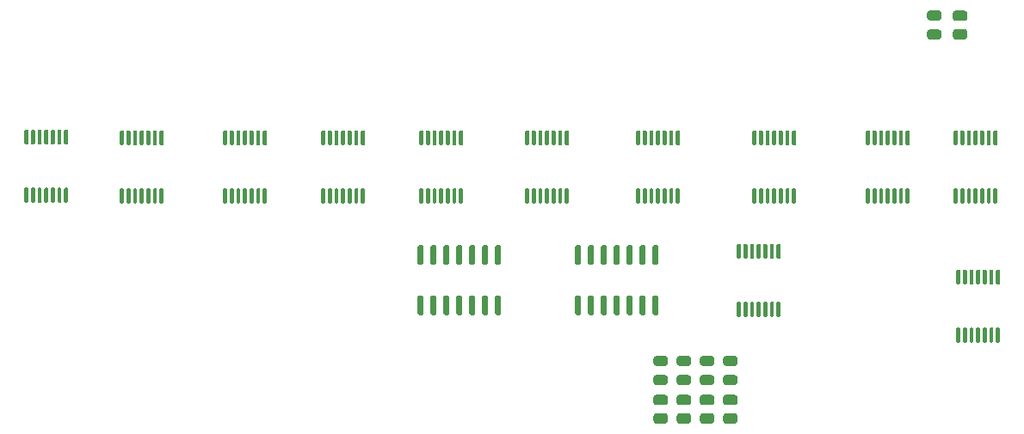
<source format=gbr>
%TF.GenerationSoftware,KiCad,Pcbnew,(5.1.10-1-10_14)*%
%TF.CreationDate,2021-11-22T02:45:21-05:00*%
%TF.ProjectId,control-unit,636f6e74-726f-46c2-9d75-6e69742e6b69,rev?*%
%TF.SameCoordinates,Original*%
%TF.FileFunction,Paste,Top*%
%TF.FilePolarity,Positive*%
%FSLAX46Y46*%
G04 Gerber Fmt 4.6, Leading zero omitted, Abs format (unit mm)*
G04 Created by KiCad (PCBNEW (5.1.10-1-10_14)) date 2021-11-22 02:45:21*
%MOMM*%
%LPD*%
G01*
G04 APERTURE LIST*
G04 APERTURE END LIST*
%TO.C,R5*%
G36*
G01*
X151949999Y-114192000D02*
X152850001Y-114192000D01*
G75*
G02*
X153100000Y-114441999I0J-249999D01*
G01*
X153100000Y-114967001D01*
G75*
G02*
X152850001Y-115217000I-249999J0D01*
G01*
X151949999Y-115217000D01*
G75*
G02*
X151700000Y-114967001I0J249999D01*
G01*
X151700000Y-114441999D01*
G75*
G02*
X151949999Y-114192000I249999J0D01*
G01*
G37*
G36*
G01*
X151949999Y-112367000D02*
X152850001Y-112367000D01*
G75*
G02*
X153100000Y-112616999I0J-249999D01*
G01*
X153100000Y-113142001D01*
G75*
G02*
X152850001Y-113392000I-249999J0D01*
G01*
X151949999Y-113392000D01*
G75*
G02*
X151700000Y-113142001I0J249999D01*
G01*
X151700000Y-112616999D01*
G75*
G02*
X151949999Y-112367000I249999J0D01*
G01*
G37*
%TD*%
%TO.C,R4*%
G36*
G01*
X154235999Y-114192000D02*
X155136001Y-114192000D01*
G75*
G02*
X155386000Y-114441999I0J-249999D01*
G01*
X155386000Y-114967001D01*
G75*
G02*
X155136001Y-115217000I-249999J0D01*
G01*
X154235999Y-115217000D01*
G75*
G02*
X153986000Y-114967001I0J249999D01*
G01*
X153986000Y-114441999D01*
G75*
G02*
X154235999Y-114192000I249999J0D01*
G01*
G37*
G36*
G01*
X154235999Y-112367000D02*
X155136001Y-112367000D01*
G75*
G02*
X155386000Y-112616999I0J-249999D01*
G01*
X155386000Y-113142001D01*
G75*
G02*
X155136001Y-113392000I-249999J0D01*
G01*
X154235999Y-113392000D01*
G75*
G02*
X153986000Y-113142001I0J249999D01*
G01*
X153986000Y-112616999D01*
G75*
G02*
X154235999Y-112367000I249999J0D01*
G01*
G37*
%TD*%
%TO.C,R3*%
G36*
G01*
X156521999Y-114192000D02*
X157422001Y-114192000D01*
G75*
G02*
X157672000Y-114441999I0J-249999D01*
G01*
X157672000Y-114967001D01*
G75*
G02*
X157422001Y-115217000I-249999J0D01*
G01*
X156521999Y-115217000D01*
G75*
G02*
X156272000Y-114967001I0J249999D01*
G01*
X156272000Y-114441999D01*
G75*
G02*
X156521999Y-114192000I249999J0D01*
G01*
G37*
G36*
G01*
X156521999Y-112367000D02*
X157422001Y-112367000D01*
G75*
G02*
X157672000Y-112616999I0J-249999D01*
G01*
X157672000Y-113142001D01*
G75*
G02*
X157422001Y-113392000I-249999J0D01*
G01*
X156521999Y-113392000D01*
G75*
G02*
X156272000Y-113142001I0J249999D01*
G01*
X156272000Y-112616999D01*
G75*
G02*
X156521999Y-112367000I249999J0D01*
G01*
G37*
%TD*%
%TO.C,R2*%
G36*
G01*
X158807999Y-114192000D02*
X159708001Y-114192000D01*
G75*
G02*
X159958000Y-114441999I0J-249999D01*
G01*
X159958000Y-114967001D01*
G75*
G02*
X159708001Y-115217000I-249999J0D01*
G01*
X158807999Y-115217000D01*
G75*
G02*
X158558000Y-114967001I0J249999D01*
G01*
X158558000Y-114441999D01*
G75*
G02*
X158807999Y-114192000I249999J0D01*
G01*
G37*
G36*
G01*
X158807999Y-112367000D02*
X159708001Y-112367000D01*
G75*
G02*
X159958000Y-112616999I0J-249999D01*
G01*
X159958000Y-113142001D01*
G75*
G02*
X159708001Y-113392000I-249999J0D01*
G01*
X158807999Y-113392000D01*
G75*
G02*
X158558000Y-113142001I0J249999D01*
G01*
X158558000Y-112616999D01*
G75*
G02*
X158807999Y-112367000I249999J0D01*
G01*
G37*
%TD*%
%TO.C,D5*%
G36*
G01*
X152856250Y-109532000D02*
X151943750Y-109532000D01*
G75*
G02*
X151700000Y-109288250I0J243750D01*
G01*
X151700000Y-108800750D01*
G75*
G02*
X151943750Y-108557000I243750J0D01*
G01*
X152856250Y-108557000D01*
G75*
G02*
X153100000Y-108800750I0J-243750D01*
G01*
X153100000Y-109288250D01*
G75*
G02*
X152856250Y-109532000I-243750J0D01*
G01*
G37*
G36*
G01*
X152856250Y-111407000D02*
X151943750Y-111407000D01*
G75*
G02*
X151700000Y-111163250I0J243750D01*
G01*
X151700000Y-110675750D01*
G75*
G02*
X151943750Y-110432000I243750J0D01*
G01*
X152856250Y-110432000D01*
G75*
G02*
X153100000Y-110675750I0J-243750D01*
G01*
X153100000Y-111163250D01*
G75*
G02*
X152856250Y-111407000I-243750J0D01*
G01*
G37*
%TD*%
%TO.C,D4*%
G36*
G01*
X155142250Y-109532000D02*
X154229750Y-109532000D01*
G75*
G02*
X153986000Y-109288250I0J243750D01*
G01*
X153986000Y-108800750D01*
G75*
G02*
X154229750Y-108557000I243750J0D01*
G01*
X155142250Y-108557000D01*
G75*
G02*
X155386000Y-108800750I0J-243750D01*
G01*
X155386000Y-109288250D01*
G75*
G02*
X155142250Y-109532000I-243750J0D01*
G01*
G37*
G36*
G01*
X155142250Y-111407000D02*
X154229750Y-111407000D01*
G75*
G02*
X153986000Y-111163250I0J243750D01*
G01*
X153986000Y-110675750D01*
G75*
G02*
X154229750Y-110432000I243750J0D01*
G01*
X155142250Y-110432000D01*
G75*
G02*
X155386000Y-110675750I0J-243750D01*
G01*
X155386000Y-111163250D01*
G75*
G02*
X155142250Y-111407000I-243750J0D01*
G01*
G37*
%TD*%
%TO.C,D3*%
G36*
G01*
X157428250Y-109532000D02*
X156515750Y-109532000D01*
G75*
G02*
X156272000Y-109288250I0J243750D01*
G01*
X156272000Y-108800750D01*
G75*
G02*
X156515750Y-108557000I243750J0D01*
G01*
X157428250Y-108557000D01*
G75*
G02*
X157672000Y-108800750I0J-243750D01*
G01*
X157672000Y-109288250D01*
G75*
G02*
X157428250Y-109532000I-243750J0D01*
G01*
G37*
G36*
G01*
X157428250Y-111407000D02*
X156515750Y-111407000D01*
G75*
G02*
X156272000Y-111163250I0J243750D01*
G01*
X156272000Y-110675750D01*
G75*
G02*
X156515750Y-110432000I243750J0D01*
G01*
X157428250Y-110432000D01*
G75*
G02*
X157672000Y-110675750I0J-243750D01*
G01*
X157672000Y-111163250D01*
G75*
G02*
X157428250Y-111407000I-243750J0D01*
G01*
G37*
%TD*%
%TO.C,D2*%
G36*
G01*
X159714250Y-109532000D02*
X158801750Y-109532000D01*
G75*
G02*
X158558000Y-109288250I0J243750D01*
G01*
X158558000Y-108800750D01*
G75*
G02*
X158801750Y-108557000I243750J0D01*
G01*
X159714250Y-108557000D01*
G75*
G02*
X159958000Y-108800750I0J-243750D01*
G01*
X159958000Y-109288250D01*
G75*
G02*
X159714250Y-109532000I-243750J0D01*
G01*
G37*
G36*
G01*
X159714250Y-111407000D02*
X158801750Y-111407000D01*
G75*
G02*
X158558000Y-111163250I0J243750D01*
G01*
X158558000Y-110675750D01*
G75*
G02*
X158801750Y-110432000I243750J0D01*
G01*
X159714250Y-110432000D01*
G75*
G02*
X159958000Y-110675750I0J-243750D01*
G01*
X159958000Y-111163250D01*
G75*
G02*
X159714250Y-111407000I-243750J0D01*
G01*
G37*
%TD*%
%TO.C,U11*%
G36*
G01*
X181792000Y-101507000D02*
X181592000Y-101507000D01*
G75*
G02*
X181492000Y-101407000I0J100000D01*
G01*
X181492000Y-100132000D01*
G75*
G02*
X181592000Y-100032000I100000J0D01*
G01*
X181792000Y-100032000D01*
G75*
G02*
X181892000Y-100132000I0J-100000D01*
G01*
X181892000Y-101407000D01*
G75*
G02*
X181792000Y-101507000I-100000J0D01*
G01*
G37*
G36*
G01*
X182442000Y-101507000D02*
X182242000Y-101507000D01*
G75*
G02*
X182142000Y-101407000I0J100000D01*
G01*
X182142000Y-100132000D01*
G75*
G02*
X182242000Y-100032000I100000J0D01*
G01*
X182442000Y-100032000D01*
G75*
G02*
X182542000Y-100132000I0J-100000D01*
G01*
X182542000Y-101407000D01*
G75*
G02*
X182442000Y-101507000I-100000J0D01*
G01*
G37*
G36*
G01*
X183092000Y-101507000D02*
X182892000Y-101507000D01*
G75*
G02*
X182792000Y-101407000I0J100000D01*
G01*
X182792000Y-100132000D01*
G75*
G02*
X182892000Y-100032000I100000J0D01*
G01*
X183092000Y-100032000D01*
G75*
G02*
X183192000Y-100132000I0J-100000D01*
G01*
X183192000Y-101407000D01*
G75*
G02*
X183092000Y-101507000I-100000J0D01*
G01*
G37*
G36*
G01*
X183742000Y-101507000D02*
X183542000Y-101507000D01*
G75*
G02*
X183442000Y-101407000I0J100000D01*
G01*
X183442000Y-100132000D01*
G75*
G02*
X183542000Y-100032000I100000J0D01*
G01*
X183742000Y-100032000D01*
G75*
G02*
X183842000Y-100132000I0J-100000D01*
G01*
X183842000Y-101407000D01*
G75*
G02*
X183742000Y-101507000I-100000J0D01*
G01*
G37*
G36*
G01*
X184392000Y-101507000D02*
X184192000Y-101507000D01*
G75*
G02*
X184092000Y-101407000I0J100000D01*
G01*
X184092000Y-100132000D01*
G75*
G02*
X184192000Y-100032000I100000J0D01*
G01*
X184392000Y-100032000D01*
G75*
G02*
X184492000Y-100132000I0J-100000D01*
G01*
X184492000Y-101407000D01*
G75*
G02*
X184392000Y-101507000I-100000J0D01*
G01*
G37*
G36*
G01*
X185042000Y-101507000D02*
X184842000Y-101507000D01*
G75*
G02*
X184742000Y-101407000I0J100000D01*
G01*
X184742000Y-100132000D01*
G75*
G02*
X184842000Y-100032000I100000J0D01*
G01*
X185042000Y-100032000D01*
G75*
G02*
X185142000Y-100132000I0J-100000D01*
G01*
X185142000Y-101407000D01*
G75*
G02*
X185042000Y-101507000I-100000J0D01*
G01*
G37*
G36*
G01*
X185692000Y-101507000D02*
X185492000Y-101507000D01*
G75*
G02*
X185392000Y-101407000I0J100000D01*
G01*
X185392000Y-100132000D01*
G75*
G02*
X185492000Y-100032000I100000J0D01*
G01*
X185692000Y-100032000D01*
G75*
G02*
X185792000Y-100132000I0J-100000D01*
G01*
X185792000Y-101407000D01*
G75*
G02*
X185692000Y-101507000I-100000J0D01*
G01*
G37*
G36*
G01*
X185692000Y-107232000D02*
X185492000Y-107232000D01*
G75*
G02*
X185392000Y-107132000I0J100000D01*
G01*
X185392000Y-105857000D01*
G75*
G02*
X185492000Y-105757000I100000J0D01*
G01*
X185692000Y-105757000D01*
G75*
G02*
X185792000Y-105857000I0J-100000D01*
G01*
X185792000Y-107132000D01*
G75*
G02*
X185692000Y-107232000I-100000J0D01*
G01*
G37*
G36*
G01*
X185042000Y-107232000D02*
X184842000Y-107232000D01*
G75*
G02*
X184742000Y-107132000I0J100000D01*
G01*
X184742000Y-105857000D01*
G75*
G02*
X184842000Y-105757000I100000J0D01*
G01*
X185042000Y-105757000D01*
G75*
G02*
X185142000Y-105857000I0J-100000D01*
G01*
X185142000Y-107132000D01*
G75*
G02*
X185042000Y-107232000I-100000J0D01*
G01*
G37*
G36*
G01*
X184392000Y-107232000D02*
X184192000Y-107232000D01*
G75*
G02*
X184092000Y-107132000I0J100000D01*
G01*
X184092000Y-105857000D01*
G75*
G02*
X184192000Y-105757000I100000J0D01*
G01*
X184392000Y-105757000D01*
G75*
G02*
X184492000Y-105857000I0J-100000D01*
G01*
X184492000Y-107132000D01*
G75*
G02*
X184392000Y-107232000I-100000J0D01*
G01*
G37*
G36*
G01*
X183742000Y-107232000D02*
X183542000Y-107232000D01*
G75*
G02*
X183442000Y-107132000I0J100000D01*
G01*
X183442000Y-105857000D01*
G75*
G02*
X183542000Y-105757000I100000J0D01*
G01*
X183742000Y-105757000D01*
G75*
G02*
X183842000Y-105857000I0J-100000D01*
G01*
X183842000Y-107132000D01*
G75*
G02*
X183742000Y-107232000I-100000J0D01*
G01*
G37*
G36*
G01*
X183092000Y-107232000D02*
X182892000Y-107232000D01*
G75*
G02*
X182792000Y-107132000I0J100000D01*
G01*
X182792000Y-105857000D01*
G75*
G02*
X182892000Y-105757000I100000J0D01*
G01*
X183092000Y-105757000D01*
G75*
G02*
X183192000Y-105857000I0J-100000D01*
G01*
X183192000Y-107132000D01*
G75*
G02*
X183092000Y-107232000I-100000J0D01*
G01*
G37*
G36*
G01*
X182442000Y-107232000D02*
X182242000Y-107232000D01*
G75*
G02*
X182142000Y-107132000I0J100000D01*
G01*
X182142000Y-105857000D01*
G75*
G02*
X182242000Y-105757000I100000J0D01*
G01*
X182442000Y-105757000D01*
G75*
G02*
X182542000Y-105857000I0J-100000D01*
G01*
X182542000Y-107132000D01*
G75*
G02*
X182442000Y-107232000I-100000J0D01*
G01*
G37*
G36*
G01*
X181792000Y-107232000D02*
X181592000Y-107232000D01*
G75*
G02*
X181492000Y-107132000I0J100000D01*
G01*
X181492000Y-105857000D01*
G75*
G02*
X181592000Y-105757000I100000J0D01*
G01*
X181792000Y-105757000D01*
G75*
G02*
X181892000Y-105857000I0J-100000D01*
G01*
X181892000Y-107132000D01*
G75*
G02*
X181792000Y-107232000I-100000J0D01*
G01*
G37*
%TD*%
%TO.C,R1*%
G36*
G01*
X181413999Y-76346000D02*
X182314001Y-76346000D01*
G75*
G02*
X182564000Y-76595999I0J-249999D01*
G01*
X182564000Y-77121001D01*
G75*
G02*
X182314001Y-77371000I-249999J0D01*
G01*
X181413999Y-77371000D01*
G75*
G02*
X181164000Y-77121001I0J249999D01*
G01*
X181164000Y-76595999D01*
G75*
G02*
X181413999Y-76346000I249999J0D01*
G01*
G37*
G36*
G01*
X181413999Y-74521000D02*
X182314001Y-74521000D01*
G75*
G02*
X182564000Y-74770999I0J-249999D01*
G01*
X182564000Y-75296001D01*
G75*
G02*
X182314001Y-75546000I-249999J0D01*
G01*
X181413999Y-75546000D01*
G75*
G02*
X181164000Y-75296001I0J249999D01*
G01*
X181164000Y-74770999D01*
G75*
G02*
X181413999Y-74521000I249999J0D01*
G01*
G37*
%TD*%
%TO.C,D1*%
G36*
G01*
X179780250Y-75496000D02*
X178867750Y-75496000D01*
G75*
G02*
X178624000Y-75252250I0J243750D01*
G01*
X178624000Y-74764750D01*
G75*
G02*
X178867750Y-74521000I243750J0D01*
G01*
X179780250Y-74521000D01*
G75*
G02*
X180024000Y-74764750I0J-243750D01*
G01*
X180024000Y-75252250D01*
G75*
G02*
X179780250Y-75496000I-243750J0D01*
G01*
G37*
G36*
G01*
X179780250Y-77371000D02*
X178867750Y-77371000D01*
G75*
G02*
X178624000Y-77127250I0J243750D01*
G01*
X178624000Y-76639750D01*
G75*
G02*
X178867750Y-76396000I243750J0D01*
G01*
X179780250Y-76396000D01*
G75*
G02*
X180024000Y-76639750I0J-243750D01*
G01*
X180024000Y-77127250D01*
G75*
G02*
X179780250Y-77371000I-243750J0D01*
G01*
G37*
%TD*%
%TO.C,U14*%
G36*
G01*
X144422000Y-99592000D02*
X144122000Y-99592000D01*
G75*
G02*
X143972000Y-99442000I0J150000D01*
G01*
X143972000Y-97792000D01*
G75*
G02*
X144122000Y-97642000I150000J0D01*
G01*
X144422000Y-97642000D01*
G75*
G02*
X144572000Y-97792000I0J-150000D01*
G01*
X144572000Y-99442000D01*
G75*
G02*
X144422000Y-99592000I-150000J0D01*
G01*
G37*
G36*
G01*
X145692000Y-99592000D02*
X145392000Y-99592000D01*
G75*
G02*
X145242000Y-99442000I0J150000D01*
G01*
X145242000Y-97792000D01*
G75*
G02*
X145392000Y-97642000I150000J0D01*
G01*
X145692000Y-97642000D01*
G75*
G02*
X145842000Y-97792000I0J-150000D01*
G01*
X145842000Y-99442000D01*
G75*
G02*
X145692000Y-99592000I-150000J0D01*
G01*
G37*
G36*
G01*
X146962000Y-99592000D02*
X146662000Y-99592000D01*
G75*
G02*
X146512000Y-99442000I0J150000D01*
G01*
X146512000Y-97792000D01*
G75*
G02*
X146662000Y-97642000I150000J0D01*
G01*
X146962000Y-97642000D01*
G75*
G02*
X147112000Y-97792000I0J-150000D01*
G01*
X147112000Y-99442000D01*
G75*
G02*
X146962000Y-99592000I-150000J0D01*
G01*
G37*
G36*
G01*
X148232000Y-99592000D02*
X147932000Y-99592000D01*
G75*
G02*
X147782000Y-99442000I0J150000D01*
G01*
X147782000Y-97792000D01*
G75*
G02*
X147932000Y-97642000I150000J0D01*
G01*
X148232000Y-97642000D01*
G75*
G02*
X148382000Y-97792000I0J-150000D01*
G01*
X148382000Y-99442000D01*
G75*
G02*
X148232000Y-99592000I-150000J0D01*
G01*
G37*
G36*
G01*
X149502000Y-99592000D02*
X149202000Y-99592000D01*
G75*
G02*
X149052000Y-99442000I0J150000D01*
G01*
X149052000Y-97792000D01*
G75*
G02*
X149202000Y-97642000I150000J0D01*
G01*
X149502000Y-97642000D01*
G75*
G02*
X149652000Y-97792000I0J-150000D01*
G01*
X149652000Y-99442000D01*
G75*
G02*
X149502000Y-99592000I-150000J0D01*
G01*
G37*
G36*
G01*
X150772000Y-99592000D02*
X150472000Y-99592000D01*
G75*
G02*
X150322000Y-99442000I0J150000D01*
G01*
X150322000Y-97792000D01*
G75*
G02*
X150472000Y-97642000I150000J0D01*
G01*
X150772000Y-97642000D01*
G75*
G02*
X150922000Y-97792000I0J-150000D01*
G01*
X150922000Y-99442000D01*
G75*
G02*
X150772000Y-99592000I-150000J0D01*
G01*
G37*
G36*
G01*
X152042000Y-99592000D02*
X151742000Y-99592000D01*
G75*
G02*
X151592000Y-99442000I0J150000D01*
G01*
X151592000Y-97792000D01*
G75*
G02*
X151742000Y-97642000I150000J0D01*
G01*
X152042000Y-97642000D01*
G75*
G02*
X152192000Y-97792000I0J-150000D01*
G01*
X152192000Y-99442000D01*
G75*
G02*
X152042000Y-99592000I-150000J0D01*
G01*
G37*
G36*
G01*
X152042000Y-104542000D02*
X151742000Y-104542000D01*
G75*
G02*
X151592000Y-104392000I0J150000D01*
G01*
X151592000Y-102742000D01*
G75*
G02*
X151742000Y-102592000I150000J0D01*
G01*
X152042000Y-102592000D01*
G75*
G02*
X152192000Y-102742000I0J-150000D01*
G01*
X152192000Y-104392000D01*
G75*
G02*
X152042000Y-104542000I-150000J0D01*
G01*
G37*
G36*
G01*
X150772000Y-104542000D02*
X150472000Y-104542000D01*
G75*
G02*
X150322000Y-104392000I0J150000D01*
G01*
X150322000Y-102742000D01*
G75*
G02*
X150472000Y-102592000I150000J0D01*
G01*
X150772000Y-102592000D01*
G75*
G02*
X150922000Y-102742000I0J-150000D01*
G01*
X150922000Y-104392000D01*
G75*
G02*
X150772000Y-104542000I-150000J0D01*
G01*
G37*
G36*
G01*
X149502000Y-104542000D02*
X149202000Y-104542000D01*
G75*
G02*
X149052000Y-104392000I0J150000D01*
G01*
X149052000Y-102742000D01*
G75*
G02*
X149202000Y-102592000I150000J0D01*
G01*
X149502000Y-102592000D01*
G75*
G02*
X149652000Y-102742000I0J-150000D01*
G01*
X149652000Y-104392000D01*
G75*
G02*
X149502000Y-104542000I-150000J0D01*
G01*
G37*
G36*
G01*
X148232000Y-104542000D02*
X147932000Y-104542000D01*
G75*
G02*
X147782000Y-104392000I0J150000D01*
G01*
X147782000Y-102742000D01*
G75*
G02*
X147932000Y-102592000I150000J0D01*
G01*
X148232000Y-102592000D01*
G75*
G02*
X148382000Y-102742000I0J-150000D01*
G01*
X148382000Y-104392000D01*
G75*
G02*
X148232000Y-104542000I-150000J0D01*
G01*
G37*
G36*
G01*
X146962000Y-104542000D02*
X146662000Y-104542000D01*
G75*
G02*
X146512000Y-104392000I0J150000D01*
G01*
X146512000Y-102742000D01*
G75*
G02*
X146662000Y-102592000I150000J0D01*
G01*
X146962000Y-102592000D01*
G75*
G02*
X147112000Y-102742000I0J-150000D01*
G01*
X147112000Y-104392000D01*
G75*
G02*
X146962000Y-104542000I-150000J0D01*
G01*
G37*
G36*
G01*
X145692000Y-104542000D02*
X145392000Y-104542000D01*
G75*
G02*
X145242000Y-104392000I0J150000D01*
G01*
X145242000Y-102742000D01*
G75*
G02*
X145392000Y-102592000I150000J0D01*
G01*
X145692000Y-102592000D01*
G75*
G02*
X145842000Y-102742000I0J-150000D01*
G01*
X145842000Y-104392000D01*
G75*
G02*
X145692000Y-104542000I-150000J0D01*
G01*
G37*
G36*
G01*
X144422000Y-104542000D02*
X144122000Y-104542000D01*
G75*
G02*
X143972000Y-104392000I0J150000D01*
G01*
X143972000Y-102742000D01*
G75*
G02*
X144122000Y-102592000I150000J0D01*
G01*
X144422000Y-102592000D01*
G75*
G02*
X144572000Y-102742000I0J-150000D01*
G01*
X144572000Y-104392000D01*
G75*
G02*
X144422000Y-104542000I-150000J0D01*
G01*
G37*
%TD*%
%TO.C,U13*%
G36*
G01*
X128928000Y-99592000D02*
X128628000Y-99592000D01*
G75*
G02*
X128478000Y-99442000I0J150000D01*
G01*
X128478000Y-97792000D01*
G75*
G02*
X128628000Y-97642000I150000J0D01*
G01*
X128928000Y-97642000D01*
G75*
G02*
X129078000Y-97792000I0J-150000D01*
G01*
X129078000Y-99442000D01*
G75*
G02*
X128928000Y-99592000I-150000J0D01*
G01*
G37*
G36*
G01*
X130198000Y-99592000D02*
X129898000Y-99592000D01*
G75*
G02*
X129748000Y-99442000I0J150000D01*
G01*
X129748000Y-97792000D01*
G75*
G02*
X129898000Y-97642000I150000J0D01*
G01*
X130198000Y-97642000D01*
G75*
G02*
X130348000Y-97792000I0J-150000D01*
G01*
X130348000Y-99442000D01*
G75*
G02*
X130198000Y-99592000I-150000J0D01*
G01*
G37*
G36*
G01*
X131468000Y-99592000D02*
X131168000Y-99592000D01*
G75*
G02*
X131018000Y-99442000I0J150000D01*
G01*
X131018000Y-97792000D01*
G75*
G02*
X131168000Y-97642000I150000J0D01*
G01*
X131468000Y-97642000D01*
G75*
G02*
X131618000Y-97792000I0J-150000D01*
G01*
X131618000Y-99442000D01*
G75*
G02*
X131468000Y-99592000I-150000J0D01*
G01*
G37*
G36*
G01*
X132738000Y-99592000D02*
X132438000Y-99592000D01*
G75*
G02*
X132288000Y-99442000I0J150000D01*
G01*
X132288000Y-97792000D01*
G75*
G02*
X132438000Y-97642000I150000J0D01*
G01*
X132738000Y-97642000D01*
G75*
G02*
X132888000Y-97792000I0J-150000D01*
G01*
X132888000Y-99442000D01*
G75*
G02*
X132738000Y-99592000I-150000J0D01*
G01*
G37*
G36*
G01*
X134008000Y-99592000D02*
X133708000Y-99592000D01*
G75*
G02*
X133558000Y-99442000I0J150000D01*
G01*
X133558000Y-97792000D01*
G75*
G02*
X133708000Y-97642000I150000J0D01*
G01*
X134008000Y-97642000D01*
G75*
G02*
X134158000Y-97792000I0J-150000D01*
G01*
X134158000Y-99442000D01*
G75*
G02*
X134008000Y-99592000I-150000J0D01*
G01*
G37*
G36*
G01*
X135278000Y-99592000D02*
X134978000Y-99592000D01*
G75*
G02*
X134828000Y-99442000I0J150000D01*
G01*
X134828000Y-97792000D01*
G75*
G02*
X134978000Y-97642000I150000J0D01*
G01*
X135278000Y-97642000D01*
G75*
G02*
X135428000Y-97792000I0J-150000D01*
G01*
X135428000Y-99442000D01*
G75*
G02*
X135278000Y-99592000I-150000J0D01*
G01*
G37*
G36*
G01*
X136548000Y-99592000D02*
X136248000Y-99592000D01*
G75*
G02*
X136098000Y-99442000I0J150000D01*
G01*
X136098000Y-97792000D01*
G75*
G02*
X136248000Y-97642000I150000J0D01*
G01*
X136548000Y-97642000D01*
G75*
G02*
X136698000Y-97792000I0J-150000D01*
G01*
X136698000Y-99442000D01*
G75*
G02*
X136548000Y-99592000I-150000J0D01*
G01*
G37*
G36*
G01*
X136548000Y-104542000D02*
X136248000Y-104542000D01*
G75*
G02*
X136098000Y-104392000I0J150000D01*
G01*
X136098000Y-102742000D01*
G75*
G02*
X136248000Y-102592000I150000J0D01*
G01*
X136548000Y-102592000D01*
G75*
G02*
X136698000Y-102742000I0J-150000D01*
G01*
X136698000Y-104392000D01*
G75*
G02*
X136548000Y-104542000I-150000J0D01*
G01*
G37*
G36*
G01*
X135278000Y-104542000D02*
X134978000Y-104542000D01*
G75*
G02*
X134828000Y-104392000I0J150000D01*
G01*
X134828000Y-102742000D01*
G75*
G02*
X134978000Y-102592000I150000J0D01*
G01*
X135278000Y-102592000D01*
G75*
G02*
X135428000Y-102742000I0J-150000D01*
G01*
X135428000Y-104392000D01*
G75*
G02*
X135278000Y-104542000I-150000J0D01*
G01*
G37*
G36*
G01*
X134008000Y-104542000D02*
X133708000Y-104542000D01*
G75*
G02*
X133558000Y-104392000I0J150000D01*
G01*
X133558000Y-102742000D01*
G75*
G02*
X133708000Y-102592000I150000J0D01*
G01*
X134008000Y-102592000D01*
G75*
G02*
X134158000Y-102742000I0J-150000D01*
G01*
X134158000Y-104392000D01*
G75*
G02*
X134008000Y-104542000I-150000J0D01*
G01*
G37*
G36*
G01*
X132738000Y-104542000D02*
X132438000Y-104542000D01*
G75*
G02*
X132288000Y-104392000I0J150000D01*
G01*
X132288000Y-102742000D01*
G75*
G02*
X132438000Y-102592000I150000J0D01*
G01*
X132738000Y-102592000D01*
G75*
G02*
X132888000Y-102742000I0J-150000D01*
G01*
X132888000Y-104392000D01*
G75*
G02*
X132738000Y-104542000I-150000J0D01*
G01*
G37*
G36*
G01*
X131468000Y-104542000D02*
X131168000Y-104542000D01*
G75*
G02*
X131018000Y-104392000I0J150000D01*
G01*
X131018000Y-102742000D01*
G75*
G02*
X131168000Y-102592000I150000J0D01*
G01*
X131468000Y-102592000D01*
G75*
G02*
X131618000Y-102742000I0J-150000D01*
G01*
X131618000Y-104392000D01*
G75*
G02*
X131468000Y-104542000I-150000J0D01*
G01*
G37*
G36*
G01*
X130198000Y-104542000D02*
X129898000Y-104542000D01*
G75*
G02*
X129748000Y-104392000I0J150000D01*
G01*
X129748000Y-102742000D01*
G75*
G02*
X129898000Y-102592000I150000J0D01*
G01*
X130198000Y-102592000D01*
G75*
G02*
X130348000Y-102742000I0J-150000D01*
G01*
X130348000Y-104392000D01*
G75*
G02*
X130198000Y-104542000I-150000J0D01*
G01*
G37*
G36*
G01*
X128928000Y-104542000D02*
X128628000Y-104542000D01*
G75*
G02*
X128478000Y-104392000I0J150000D01*
G01*
X128478000Y-102742000D01*
G75*
G02*
X128628000Y-102592000I150000J0D01*
G01*
X128928000Y-102592000D01*
G75*
G02*
X129078000Y-102742000I0J-150000D01*
G01*
X129078000Y-104392000D01*
G75*
G02*
X128928000Y-104542000I-150000J0D01*
G01*
G37*
%TD*%
%TO.C,U12*%
G36*
G01*
X160202000Y-98967000D02*
X160002000Y-98967000D01*
G75*
G02*
X159902000Y-98867000I0J100000D01*
G01*
X159902000Y-97592000D01*
G75*
G02*
X160002000Y-97492000I100000J0D01*
G01*
X160202000Y-97492000D01*
G75*
G02*
X160302000Y-97592000I0J-100000D01*
G01*
X160302000Y-98867000D01*
G75*
G02*
X160202000Y-98967000I-100000J0D01*
G01*
G37*
G36*
G01*
X160852000Y-98967000D02*
X160652000Y-98967000D01*
G75*
G02*
X160552000Y-98867000I0J100000D01*
G01*
X160552000Y-97592000D01*
G75*
G02*
X160652000Y-97492000I100000J0D01*
G01*
X160852000Y-97492000D01*
G75*
G02*
X160952000Y-97592000I0J-100000D01*
G01*
X160952000Y-98867000D01*
G75*
G02*
X160852000Y-98967000I-100000J0D01*
G01*
G37*
G36*
G01*
X161502000Y-98967000D02*
X161302000Y-98967000D01*
G75*
G02*
X161202000Y-98867000I0J100000D01*
G01*
X161202000Y-97592000D01*
G75*
G02*
X161302000Y-97492000I100000J0D01*
G01*
X161502000Y-97492000D01*
G75*
G02*
X161602000Y-97592000I0J-100000D01*
G01*
X161602000Y-98867000D01*
G75*
G02*
X161502000Y-98967000I-100000J0D01*
G01*
G37*
G36*
G01*
X162152000Y-98967000D02*
X161952000Y-98967000D01*
G75*
G02*
X161852000Y-98867000I0J100000D01*
G01*
X161852000Y-97592000D01*
G75*
G02*
X161952000Y-97492000I100000J0D01*
G01*
X162152000Y-97492000D01*
G75*
G02*
X162252000Y-97592000I0J-100000D01*
G01*
X162252000Y-98867000D01*
G75*
G02*
X162152000Y-98967000I-100000J0D01*
G01*
G37*
G36*
G01*
X162802000Y-98967000D02*
X162602000Y-98967000D01*
G75*
G02*
X162502000Y-98867000I0J100000D01*
G01*
X162502000Y-97592000D01*
G75*
G02*
X162602000Y-97492000I100000J0D01*
G01*
X162802000Y-97492000D01*
G75*
G02*
X162902000Y-97592000I0J-100000D01*
G01*
X162902000Y-98867000D01*
G75*
G02*
X162802000Y-98967000I-100000J0D01*
G01*
G37*
G36*
G01*
X163452000Y-98967000D02*
X163252000Y-98967000D01*
G75*
G02*
X163152000Y-98867000I0J100000D01*
G01*
X163152000Y-97592000D01*
G75*
G02*
X163252000Y-97492000I100000J0D01*
G01*
X163452000Y-97492000D01*
G75*
G02*
X163552000Y-97592000I0J-100000D01*
G01*
X163552000Y-98867000D01*
G75*
G02*
X163452000Y-98967000I-100000J0D01*
G01*
G37*
G36*
G01*
X164102000Y-98967000D02*
X163902000Y-98967000D01*
G75*
G02*
X163802000Y-98867000I0J100000D01*
G01*
X163802000Y-97592000D01*
G75*
G02*
X163902000Y-97492000I100000J0D01*
G01*
X164102000Y-97492000D01*
G75*
G02*
X164202000Y-97592000I0J-100000D01*
G01*
X164202000Y-98867000D01*
G75*
G02*
X164102000Y-98967000I-100000J0D01*
G01*
G37*
G36*
G01*
X164102000Y-104692000D02*
X163902000Y-104692000D01*
G75*
G02*
X163802000Y-104592000I0J100000D01*
G01*
X163802000Y-103317000D01*
G75*
G02*
X163902000Y-103217000I100000J0D01*
G01*
X164102000Y-103217000D01*
G75*
G02*
X164202000Y-103317000I0J-100000D01*
G01*
X164202000Y-104592000D01*
G75*
G02*
X164102000Y-104692000I-100000J0D01*
G01*
G37*
G36*
G01*
X163452000Y-104692000D02*
X163252000Y-104692000D01*
G75*
G02*
X163152000Y-104592000I0J100000D01*
G01*
X163152000Y-103317000D01*
G75*
G02*
X163252000Y-103217000I100000J0D01*
G01*
X163452000Y-103217000D01*
G75*
G02*
X163552000Y-103317000I0J-100000D01*
G01*
X163552000Y-104592000D01*
G75*
G02*
X163452000Y-104692000I-100000J0D01*
G01*
G37*
G36*
G01*
X162802000Y-104692000D02*
X162602000Y-104692000D01*
G75*
G02*
X162502000Y-104592000I0J100000D01*
G01*
X162502000Y-103317000D01*
G75*
G02*
X162602000Y-103217000I100000J0D01*
G01*
X162802000Y-103217000D01*
G75*
G02*
X162902000Y-103317000I0J-100000D01*
G01*
X162902000Y-104592000D01*
G75*
G02*
X162802000Y-104692000I-100000J0D01*
G01*
G37*
G36*
G01*
X162152000Y-104692000D02*
X161952000Y-104692000D01*
G75*
G02*
X161852000Y-104592000I0J100000D01*
G01*
X161852000Y-103317000D01*
G75*
G02*
X161952000Y-103217000I100000J0D01*
G01*
X162152000Y-103217000D01*
G75*
G02*
X162252000Y-103317000I0J-100000D01*
G01*
X162252000Y-104592000D01*
G75*
G02*
X162152000Y-104692000I-100000J0D01*
G01*
G37*
G36*
G01*
X161502000Y-104692000D02*
X161302000Y-104692000D01*
G75*
G02*
X161202000Y-104592000I0J100000D01*
G01*
X161202000Y-103317000D01*
G75*
G02*
X161302000Y-103217000I100000J0D01*
G01*
X161502000Y-103217000D01*
G75*
G02*
X161602000Y-103317000I0J-100000D01*
G01*
X161602000Y-104592000D01*
G75*
G02*
X161502000Y-104692000I-100000J0D01*
G01*
G37*
G36*
G01*
X160852000Y-104692000D02*
X160652000Y-104692000D01*
G75*
G02*
X160552000Y-104592000I0J100000D01*
G01*
X160552000Y-103317000D01*
G75*
G02*
X160652000Y-103217000I100000J0D01*
G01*
X160852000Y-103217000D01*
G75*
G02*
X160952000Y-103317000I0J-100000D01*
G01*
X160952000Y-104592000D01*
G75*
G02*
X160852000Y-104692000I-100000J0D01*
G01*
G37*
G36*
G01*
X160202000Y-104692000D02*
X160002000Y-104692000D01*
G75*
G02*
X159902000Y-104592000I0J100000D01*
G01*
X159902000Y-103317000D01*
G75*
G02*
X160002000Y-103217000I100000J0D01*
G01*
X160202000Y-103217000D01*
G75*
G02*
X160302000Y-103317000I0J-100000D01*
G01*
X160302000Y-104592000D01*
G75*
G02*
X160202000Y-104692000I-100000J0D01*
G01*
G37*
%TD*%
%TO.C,U10*%
G36*
G01*
X181538000Y-87791000D02*
X181338000Y-87791000D01*
G75*
G02*
X181238000Y-87691000I0J100000D01*
G01*
X181238000Y-86416000D01*
G75*
G02*
X181338000Y-86316000I100000J0D01*
G01*
X181538000Y-86316000D01*
G75*
G02*
X181638000Y-86416000I0J-100000D01*
G01*
X181638000Y-87691000D01*
G75*
G02*
X181538000Y-87791000I-100000J0D01*
G01*
G37*
G36*
G01*
X182188000Y-87791000D02*
X181988000Y-87791000D01*
G75*
G02*
X181888000Y-87691000I0J100000D01*
G01*
X181888000Y-86416000D01*
G75*
G02*
X181988000Y-86316000I100000J0D01*
G01*
X182188000Y-86316000D01*
G75*
G02*
X182288000Y-86416000I0J-100000D01*
G01*
X182288000Y-87691000D01*
G75*
G02*
X182188000Y-87791000I-100000J0D01*
G01*
G37*
G36*
G01*
X182838000Y-87791000D02*
X182638000Y-87791000D01*
G75*
G02*
X182538000Y-87691000I0J100000D01*
G01*
X182538000Y-86416000D01*
G75*
G02*
X182638000Y-86316000I100000J0D01*
G01*
X182838000Y-86316000D01*
G75*
G02*
X182938000Y-86416000I0J-100000D01*
G01*
X182938000Y-87691000D01*
G75*
G02*
X182838000Y-87791000I-100000J0D01*
G01*
G37*
G36*
G01*
X183488000Y-87791000D02*
X183288000Y-87791000D01*
G75*
G02*
X183188000Y-87691000I0J100000D01*
G01*
X183188000Y-86416000D01*
G75*
G02*
X183288000Y-86316000I100000J0D01*
G01*
X183488000Y-86316000D01*
G75*
G02*
X183588000Y-86416000I0J-100000D01*
G01*
X183588000Y-87691000D01*
G75*
G02*
X183488000Y-87791000I-100000J0D01*
G01*
G37*
G36*
G01*
X184138000Y-87791000D02*
X183938000Y-87791000D01*
G75*
G02*
X183838000Y-87691000I0J100000D01*
G01*
X183838000Y-86416000D01*
G75*
G02*
X183938000Y-86316000I100000J0D01*
G01*
X184138000Y-86316000D01*
G75*
G02*
X184238000Y-86416000I0J-100000D01*
G01*
X184238000Y-87691000D01*
G75*
G02*
X184138000Y-87791000I-100000J0D01*
G01*
G37*
G36*
G01*
X184788000Y-87791000D02*
X184588000Y-87791000D01*
G75*
G02*
X184488000Y-87691000I0J100000D01*
G01*
X184488000Y-86416000D01*
G75*
G02*
X184588000Y-86316000I100000J0D01*
G01*
X184788000Y-86316000D01*
G75*
G02*
X184888000Y-86416000I0J-100000D01*
G01*
X184888000Y-87691000D01*
G75*
G02*
X184788000Y-87791000I-100000J0D01*
G01*
G37*
G36*
G01*
X185438000Y-87791000D02*
X185238000Y-87791000D01*
G75*
G02*
X185138000Y-87691000I0J100000D01*
G01*
X185138000Y-86416000D01*
G75*
G02*
X185238000Y-86316000I100000J0D01*
G01*
X185438000Y-86316000D01*
G75*
G02*
X185538000Y-86416000I0J-100000D01*
G01*
X185538000Y-87691000D01*
G75*
G02*
X185438000Y-87791000I-100000J0D01*
G01*
G37*
G36*
G01*
X185438000Y-93516000D02*
X185238000Y-93516000D01*
G75*
G02*
X185138000Y-93416000I0J100000D01*
G01*
X185138000Y-92141000D01*
G75*
G02*
X185238000Y-92041000I100000J0D01*
G01*
X185438000Y-92041000D01*
G75*
G02*
X185538000Y-92141000I0J-100000D01*
G01*
X185538000Y-93416000D01*
G75*
G02*
X185438000Y-93516000I-100000J0D01*
G01*
G37*
G36*
G01*
X184788000Y-93516000D02*
X184588000Y-93516000D01*
G75*
G02*
X184488000Y-93416000I0J100000D01*
G01*
X184488000Y-92141000D01*
G75*
G02*
X184588000Y-92041000I100000J0D01*
G01*
X184788000Y-92041000D01*
G75*
G02*
X184888000Y-92141000I0J-100000D01*
G01*
X184888000Y-93416000D01*
G75*
G02*
X184788000Y-93516000I-100000J0D01*
G01*
G37*
G36*
G01*
X184138000Y-93516000D02*
X183938000Y-93516000D01*
G75*
G02*
X183838000Y-93416000I0J100000D01*
G01*
X183838000Y-92141000D01*
G75*
G02*
X183938000Y-92041000I100000J0D01*
G01*
X184138000Y-92041000D01*
G75*
G02*
X184238000Y-92141000I0J-100000D01*
G01*
X184238000Y-93416000D01*
G75*
G02*
X184138000Y-93516000I-100000J0D01*
G01*
G37*
G36*
G01*
X183488000Y-93516000D02*
X183288000Y-93516000D01*
G75*
G02*
X183188000Y-93416000I0J100000D01*
G01*
X183188000Y-92141000D01*
G75*
G02*
X183288000Y-92041000I100000J0D01*
G01*
X183488000Y-92041000D01*
G75*
G02*
X183588000Y-92141000I0J-100000D01*
G01*
X183588000Y-93416000D01*
G75*
G02*
X183488000Y-93516000I-100000J0D01*
G01*
G37*
G36*
G01*
X182838000Y-93516000D02*
X182638000Y-93516000D01*
G75*
G02*
X182538000Y-93416000I0J100000D01*
G01*
X182538000Y-92141000D01*
G75*
G02*
X182638000Y-92041000I100000J0D01*
G01*
X182838000Y-92041000D01*
G75*
G02*
X182938000Y-92141000I0J-100000D01*
G01*
X182938000Y-93416000D01*
G75*
G02*
X182838000Y-93516000I-100000J0D01*
G01*
G37*
G36*
G01*
X182188000Y-93516000D02*
X181988000Y-93516000D01*
G75*
G02*
X181888000Y-93416000I0J100000D01*
G01*
X181888000Y-92141000D01*
G75*
G02*
X181988000Y-92041000I100000J0D01*
G01*
X182188000Y-92041000D01*
G75*
G02*
X182288000Y-92141000I0J-100000D01*
G01*
X182288000Y-93416000D01*
G75*
G02*
X182188000Y-93516000I-100000J0D01*
G01*
G37*
G36*
G01*
X181538000Y-93516000D02*
X181338000Y-93516000D01*
G75*
G02*
X181238000Y-93416000I0J100000D01*
G01*
X181238000Y-92141000D01*
G75*
G02*
X181338000Y-92041000I100000J0D01*
G01*
X181538000Y-92041000D01*
G75*
G02*
X181638000Y-92141000I0J-100000D01*
G01*
X181638000Y-93416000D01*
G75*
G02*
X181538000Y-93516000I-100000J0D01*
G01*
G37*
%TD*%
%TO.C,U9*%
G36*
G01*
X172902000Y-87791000D02*
X172702000Y-87791000D01*
G75*
G02*
X172602000Y-87691000I0J100000D01*
G01*
X172602000Y-86416000D01*
G75*
G02*
X172702000Y-86316000I100000J0D01*
G01*
X172902000Y-86316000D01*
G75*
G02*
X173002000Y-86416000I0J-100000D01*
G01*
X173002000Y-87691000D01*
G75*
G02*
X172902000Y-87791000I-100000J0D01*
G01*
G37*
G36*
G01*
X173552000Y-87791000D02*
X173352000Y-87791000D01*
G75*
G02*
X173252000Y-87691000I0J100000D01*
G01*
X173252000Y-86416000D01*
G75*
G02*
X173352000Y-86316000I100000J0D01*
G01*
X173552000Y-86316000D01*
G75*
G02*
X173652000Y-86416000I0J-100000D01*
G01*
X173652000Y-87691000D01*
G75*
G02*
X173552000Y-87791000I-100000J0D01*
G01*
G37*
G36*
G01*
X174202000Y-87791000D02*
X174002000Y-87791000D01*
G75*
G02*
X173902000Y-87691000I0J100000D01*
G01*
X173902000Y-86416000D01*
G75*
G02*
X174002000Y-86316000I100000J0D01*
G01*
X174202000Y-86316000D01*
G75*
G02*
X174302000Y-86416000I0J-100000D01*
G01*
X174302000Y-87691000D01*
G75*
G02*
X174202000Y-87791000I-100000J0D01*
G01*
G37*
G36*
G01*
X174852000Y-87791000D02*
X174652000Y-87791000D01*
G75*
G02*
X174552000Y-87691000I0J100000D01*
G01*
X174552000Y-86416000D01*
G75*
G02*
X174652000Y-86316000I100000J0D01*
G01*
X174852000Y-86316000D01*
G75*
G02*
X174952000Y-86416000I0J-100000D01*
G01*
X174952000Y-87691000D01*
G75*
G02*
X174852000Y-87791000I-100000J0D01*
G01*
G37*
G36*
G01*
X175502000Y-87791000D02*
X175302000Y-87791000D01*
G75*
G02*
X175202000Y-87691000I0J100000D01*
G01*
X175202000Y-86416000D01*
G75*
G02*
X175302000Y-86316000I100000J0D01*
G01*
X175502000Y-86316000D01*
G75*
G02*
X175602000Y-86416000I0J-100000D01*
G01*
X175602000Y-87691000D01*
G75*
G02*
X175502000Y-87791000I-100000J0D01*
G01*
G37*
G36*
G01*
X176152000Y-87791000D02*
X175952000Y-87791000D01*
G75*
G02*
X175852000Y-87691000I0J100000D01*
G01*
X175852000Y-86416000D01*
G75*
G02*
X175952000Y-86316000I100000J0D01*
G01*
X176152000Y-86316000D01*
G75*
G02*
X176252000Y-86416000I0J-100000D01*
G01*
X176252000Y-87691000D01*
G75*
G02*
X176152000Y-87791000I-100000J0D01*
G01*
G37*
G36*
G01*
X176802000Y-87791000D02*
X176602000Y-87791000D01*
G75*
G02*
X176502000Y-87691000I0J100000D01*
G01*
X176502000Y-86416000D01*
G75*
G02*
X176602000Y-86316000I100000J0D01*
G01*
X176802000Y-86316000D01*
G75*
G02*
X176902000Y-86416000I0J-100000D01*
G01*
X176902000Y-87691000D01*
G75*
G02*
X176802000Y-87791000I-100000J0D01*
G01*
G37*
G36*
G01*
X176802000Y-93516000D02*
X176602000Y-93516000D01*
G75*
G02*
X176502000Y-93416000I0J100000D01*
G01*
X176502000Y-92141000D01*
G75*
G02*
X176602000Y-92041000I100000J0D01*
G01*
X176802000Y-92041000D01*
G75*
G02*
X176902000Y-92141000I0J-100000D01*
G01*
X176902000Y-93416000D01*
G75*
G02*
X176802000Y-93516000I-100000J0D01*
G01*
G37*
G36*
G01*
X176152000Y-93516000D02*
X175952000Y-93516000D01*
G75*
G02*
X175852000Y-93416000I0J100000D01*
G01*
X175852000Y-92141000D01*
G75*
G02*
X175952000Y-92041000I100000J0D01*
G01*
X176152000Y-92041000D01*
G75*
G02*
X176252000Y-92141000I0J-100000D01*
G01*
X176252000Y-93416000D01*
G75*
G02*
X176152000Y-93516000I-100000J0D01*
G01*
G37*
G36*
G01*
X175502000Y-93516000D02*
X175302000Y-93516000D01*
G75*
G02*
X175202000Y-93416000I0J100000D01*
G01*
X175202000Y-92141000D01*
G75*
G02*
X175302000Y-92041000I100000J0D01*
G01*
X175502000Y-92041000D01*
G75*
G02*
X175602000Y-92141000I0J-100000D01*
G01*
X175602000Y-93416000D01*
G75*
G02*
X175502000Y-93516000I-100000J0D01*
G01*
G37*
G36*
G01*
X174852000Y-93516000D02*
X174652000Y-93516000D01*
G75*
G02*
X174552000Y-93416000I0J100000D01*
G01*
X174552000Y-92141000D01*
G75*
G02*
X174652000Y-92041000I100000J0D01*
G01*
X174852000Y-92041000D01*
G75*
G02*
X174952000Y-92141000I0J-100000D01*
G01*
X174952000Y-93416000D01*
G75*
G02*
X174852000Y-93516000I-100000J0D01*
G01*
G37*
G36*
G01*
X174202000Y-93516000D02*
X174002000Y-93516000D01*
G75*
G02*
X173902000Y-93416000I0J100000D01*
G01*
X173902000Y-92141000D01*
G75*
G02*
X174002000Y-92041000I100000J0D01*
G01*
X174202000Y-92041000D01*
G75*
G02*
X174302000Y-92141000I0J-100000D01*
G01*
X174302000Y-93416000D01*
G75*
G02*
X174202000Y-93516000I-100000J0D01*
G01*
G37*
G36*
G01*
X173552000Y-93516000D02*
X173352000Y-93516000D01*
G75*
G02*
X173252000Y-93416000I0J100000D01*
G01*
X173252000Y-92141000D01*
G75*
G02*
X173352000Y-92041000I100000J0D01*
G01*
X173552000Y-92041000D01*
G75*
G02*
X173652000Y-92141000I0J-100000D01*
G01*
X173652000Y-93416000D01*
G75*
G02*
X173552000Y-93516000I-100000J0D01*
G01*
G37*
G36*
G01*
X172902000Y-93516000D02*
X172702000Y-93516000D01*
G75*
G02*
X172602000Y-93416000I0J100000D01*
G01*
X172602000Y-92141000D01*
G75*
G02*
X172702000Y-92041000I100000J0D01*
G01*
X172902000Y-92041000D01*
G75*
G02*
X173002000Y-92141000I0J-100000D01*
G01*
X173002000Y-93416000D01*
G75*
G02*
X172902000Y-93516000I-100000J0D01*
G01*
G37*
%TD*%
%TO.C,U8*%
G36*
G01*
X161726000Y-87791000D02*
X161526000Y-87791000D01*
G75*
G02*
X161426000Y-87691000I0J100000D01*
G01*
X161426000Y-86416000D01*
G75*
G02*
X161526000Y-86316000I100000J0D01*
G01*
X161726000Y-86316000D01*
G75*
G02*
X161826000Y-86416000I0J-100000D01*
G01*
X161826000Y-87691000D01*
G75*
G02*
X161726000Y-87791000I-100000J0D01*
G01*
G37*
G36*
G01*
X162376000Y-87791000D02*
X162176000Y-87791000D01*
G75*
G02*
X162076000Y-87691000I0J100000D01*
G01*
X162076000Y-86416000D01*
G75*
G02*
X162176000Y-86316000I100000J0D01*
G01*
X162376000Y-86316000D01*
G75*
G02*
X162476000Y-86416000I0J-100000D01*
G01*
X162476000Y-87691000D01*
G75*
G02*
X162376000Y-87791000I-100000J0D01*
G01*
G37*
G36*
G01*
X163026000Y-87791000D02*
X162826000Y-87791000D01*
G75*
G02*
X162726000Y-87691000I0J100000D01*
G01*
X162726000Y-86416000D01*
G75*
G02*
X162826000Y-86316000I100000J0D01*
G01*
X163026000Y-86316000D01*
G75*
G02*
X163126000Y-86416000I0J-100000D01*
G01*
X163126000Y-87691000D01*
G75*
G02*
X163026000Y-87791000I-100000J0D01*
G01*
G37*
G36*
G01*
X163676000Y-87791000D02*
X163476000Y-87791000D01*
G75*
G02*
X163376000Y-87691000I0J100000D01*
G01*
X163376000Y-86416000D01*
G75*
G02*
X163476000Y-86316000I100000J0D01*
G01*
X163676000Y-86316000D01*
G75*
G02*
X163776000Y-86416000I0J-100000D01*
G01*
X163776000Y-87691000D01*
G75*
G02*
X163676000Y-87791000I-100000J0D01*
G01*
G37*
G36*
G01*
X164326000Y-87791000D02*
X164126000Y-87791000D01*
G75*
G02*
X164026000Y-87691000I0J100000D01*
G01*
X164026000Y-86416000D01*
G75*
G02*
X164126000Y-86316000I100000J0D01*
G01*
X164326000Y-86316000D01*
G75*
G02*
X164426000Y-86416000I0J-100000D01*
G01*
X164426000Y-87691000D01*
G75*
G02*
X164326000Y-87791000I-100000J0D01*
G01*
G37*
G36*
G01*
X164976000Y-87791000D02*
X164776000Y-87791000D01*
G75*
G02*
X164676000Y-87691000I0J100000D01*
G01*
X164676000Y-86416000D01*
G75*
G02*
X164776000Y-86316000I100000J0D01*
G01*
X164976000Y-86316000D01*
G75*
G02*
X165076000Y-86416000I0J-100000D01*
G01*
X165076000Y-87691000D01*
G75*
G02*
X164976000Y-87791000I-100000J0D01*
G01*
G37*
G36*
G01*
X165626000Y-87791000D02*
X165426000Y-87791000D01*
G75*
G02*
X165326000Y-87691000I0J100000D01*
G01*
X165326000Y-86416000D01*
G75*
G02*
X165426000Y-86316000I100000J0D01*
G01*
X165626000Y-86316000D01*
G75*
G02*
X165726000Y-86416000I0J-100000D01*
G01*
X165726000Y-87691000D01*
G75*
G02*
X165626000Y-87791000I-100000J0D01*
G01*
G37*
G36*
G01*
X165626000Y-93516000D02*
X165426000Y-93516000D01*
G75*
G02*
X165326000Y-93416000I0J100000D01*
G01*
X165326000Y-92141000D01*
G75*
G02*
X165426000Y-92041000I100000J0D01*
G01*
X165626000Y-92041000D01*
G75*
G02*
X165726000Y-92141000I0J-100000D01*
G01*
X165726000Y-93416000D01*
G75*
G02*
X165626000Y-93516000I-100000J0D01*
G01*
G37*
G36*
G01*
X164976000Y-93516000D02*
X164776000Y-93516000D01*
G75*
G02*
X164676000Y-93416000I0J100000D01*
G01*
X164676000Y-92141000D01*
G75*
G02*
X164776000Y-92041000I100000J0D01*
G01*
X164976000Y-92041000D01*
G75*
G02*
X165076000Y-92141000I0J-100000D01*
G01*
X165076000Y-93416000D01*
G75*
G02*
X164976000Y-93516000I-100000J0D01*
G01*
G37*
G36*
G01*
X164326000Y-93516000D02*
X164126000Y-93516000D01*
G75*
G02*
X164026000Y-93416000I0J100000D01*
G01*
X164026000Y-92141000D01*
G75*
G02*
X164126000Y-92041000I100000J0D01*
G01*
X164326000Y-92041000D01*
G75*
G02*
X164426000Y-92141000I0J-100000D01*
G01*
X164426000Y-93416000D01*
G75*
G02*
X164326000Y-93516000I-100000J0D01*
G01*
G37*
G36*
G01*
X163676000Y-93516000D02*
X163476000Y-93516000D01*
G75*
G02*
X163376000Y-93416000I0J100000D01*
G01*
X163376000Y-92141000D01*
G75*
G02*
X163476000Y-92041000I100000J0D01*
G01*
X163676000Y-92041000D01*
G75*
G02*
X163776000Y-92141000I0J-100000D01*
G01*
X163776000Y-93416000D01*
G75*
G02*
X163676000Y-93516000I-100000J0D01*
G01*
G37*
G36*
G01*
X163026000Y-93516000D02*
X162826000Y-93516000D01*
G75*
G02*
X162726000Y-93416000I0J100000D01*
G01*
X162726000Y-92141000D01*
G75*
G02*
X162826000Y-92041000I100000J0D01*
G01*
X163026000Y-92041000D01*
G75*
G02*
X163126000Y-92141000I0J-100000D01*
G01*
X163126000Y-93416000D01*
G75*
G02*
X163026000Y-93516000I-100000J0D01*
G01*
G37*
G36*
G01*
X162376000Y-93516000D02*
X162176000Y-93516000D01*
G75*
G02*
X162076000Y-93416000I0J100000D01*
G01*
X162076000Y-92141000D01*
G75*
G02*
X162176000Y-92041000I100000J0D01*
G01*
X162376000Y-92041000D01*
G75*
G02*
X162476000Y-92141000I0J-100000D01*
G01*
X162476000Y-93416000D01*
G75*
G02*
X162376000Y-93516000I-100000J0D01*
G01*
G37*
G36*
G01*
X161726000Y-93516000D02*
X161526000Y-93516000D01*
G75*
G02*
X161426000Y-93416000I0J100000D01*
G01*
X161426000Y-92141000D01*
G75*
G02*
X161526000Y-92041000I100000J0D01*
G01*
X161726000Y-92041000D01*
G75*
G02*
X161826000Y-92141000I0J-100000D01*
G01*
X161826000Y-93416000D01*
G75*
G02*
X161726000Y-93516000I-100000J0D01*
G01*
G37*
%TD*%
%TO.C,U7*%
G36*
G01*
X150296000Y-87791000D02*
X150096000Y-87791000D01*
G75*
G02*
X149996000Y-87691000I0J100000D01*
G01*
X149996000Y-86416000D01*
G75*
G02*
X150096000Y-86316000I100000J0D01*
G01*
X150296000Y-86316000D01*
G75*
G02*
X150396000Y-86416000I0J-100000D01*
G01*
X150396000Y-87691000D01*
G75*
G02*
X150296000Y-87791000I-100000J0D01*
G01*
G37*
G36*
G01*
X150946000Y-87791000D02*
X150746000Y-87791000D01*
G75*
G02*
X150646000Y-87691000I0J100000D01*
G01*
X150646000Y-86416000D01*
G75*
G02*
X150746000Y-86316000I100000J0D01*
G01*
X150946000Y-86316000D01*
G75*
G02*
X151046000Y-86416000I0J-100000D01*
G01*
X151046000Y-87691000D01*
G75*
G02*
X150946000Y-87791000I-100000J0D01*
G01*
G37*
G36*
G01*
X151596000Y-87791000D02*
X151396000Y-87791000D01*
G75*
G02*
X151296000Y-87691000I0J100000D01*
G01*
X151296000Y-86416000D01*
G75*
G02*
X151396000Y-86316000I100000J0D01*
G01*
X151596000Y-86316000D01*
G75*
G02*
X151696000Y-86416000I0J-100000D01*
G01*
X151696000Y-87691000D01*
G75*
G02*
X151596000Y-87791000I-100000J0D01*
G01*
G37*
G36*
G01*
X152246000Y-87791000D02*
X152046000Y-87791000D01*
G75*
G02*
X151946000Y-87691000I0J100000D01*
G01*
X151946000Y-86416000D01*
G75*
G02*
X152046000Y-86316000I100000J0D01*
G01*
X152246000Y-86316000D01*
G75*
G02*
X152346000Y-86416000I0J-100000D01*
G01*
X152346000Y-87691000D01*
G75*
G02*
X152246000Y-87791000I-100000J0D01*
G01*
G37*
G36*
G01*
X152896000Y-87791000D02*
X152696000Y-87791000D01*
G75*
G02*
X152596000Y-87691000I0J100000D01*
G01*
X152596000Y-86416000D01*
G75*
G02*
X152696000Y-86316000I100000J0D01*
G01*
X152896000Y-86316000D01*
G75*
G02*
X152996000Y-86416000I0J-100000D01*
G01*
X152996000Y-87691000D01*
G75*
G02*
X152896000Y-87791000I-100000J0D01*
G01*
G37*
G36*
G01*
X153546000Y-87791000D02*
X153346000Y-87791000D01*
G75*
G02*
X153246000Y-87691000I0J100000D01*
G01*
X153246000Y-86416000D01*
G75*
G02*
X153346000Y-86316000I100000J0D01*
G01*
X153546000Y-86316000D01*
G75*
G02*
X153646000Y-86416000I0J-100000D01*
G01*
X153646000Y-87691000D01*
G75*
G02*
X153546000Y-87791000I-100000J0D01*
G01*
G37*
G36*
G01*
X154196000Y-87791000D02*
X153996000Y-87791000D01*
G75*
G02*
X153896000Y-87691000I0J100000D01*
G01*
X153896000Y-86416000D01*
G75*
G02*
X153996000Y-86316000I100000J0D01*
G01*
X154196000Y-86316000D01*
G75*
G02*
X154296000Y-86416000I0J-100000D01*
G01*
X154296000Y-87691000D01*
G75*
G02*
X154196000Y-87791000I-100000J0D01*
G01*
G37*
G36*
G01*
X154196000Y-93516000D02*
X153996000Y-93516000D01*
G75*
G02*
X153896000Y-93416000I0J100000D01*
G01*
X153896000Y-92141000D01*
G75*
G02*
X153996000Y-92041000I100000J0D01*
G01*
X154196000Y-92041000D01*
G75*
G02*
X154296000Y-92141000I0J-100000D01*
G01*
X154296000Y-93416000D01*
G75*
G02*
X154196000Y-93516000I-100000J0D01*
G01*
G37*
G36*
G01*
X153546000Y-93516000D02*
X153346000Y-93516000D01*
G75*
G02*
X153246000Y-93416000I0J100000D01*
G01*
X153246000Y-92141000D01*
G75*
G02*
X153346000Y-92041000I100000J0D01*
G01*
X153546000Y-92041000D01*
G75*
G02*
X153646000Y-92141000I0J-100000D01*
G01*
X153646000Y-93416000D01*
G75*
G02*
X153546000Y-93516000I-100000J0D01*
G01*
G37*
G36*
G01*
X152896000Y-93516000D02*
X152696000Y-93516000D01*
G75*
G02*
X152596000Y-93416000I0J100000D01*
G01*
X152596000Y-92141000D01*
G75*
G02*
X152696000Y-92041000I100000J0D01*
G01*
X152896000Y-92041000D01*
G75*
G02*
X152996000Y-92141000I0J-100000D01*
G01*
X152996000Y-93416000D01*
G75*
G02*
X152896000Y-93516000I-100000J0D01*
G01*
G37*
G36*
G01*
X152246000Y-93516000D02*
X152046000Y-93516000D01*
G75*
G02*
X151946000Y-93416000I0J100000D01*
G01*
X151946000Y-92141000D01*
G75*
G02*
X152046000Y-92041000I100000J0D01*
G01*
X152246000Y-92041000D01*
G75*
G02*
X152346000Y-92141000I0J-100000D01*
G01*
X152346000Y-93416000D01*
G75*
G02*
X152246000Y-93516000I-100000J0D01*
G01*
G37*
G36*
G01*
X151596000Y-93516000D02*
X151396000Y-93516000D01*
G75*
G02*
X151296000Y-93416000I0J100000D01*
G01*
X151296000Y-92141000D01*
G75*
G02*
X151396000Y-92041000I100000J0D01*
G01*
X151596000Y-92041000D01*
G75*
G02*
X151696000Y-92141000I0J-100000D01*
G01*
X151696000Y-93416000D01*
G75*
G02*
X151596000Y-93516000I-100000J0D01*
G01*
G37*
G36*
G01*
X150946000Y-93516000D02*
X150746000Y-93516000D01*
G75*
G02*
X150646000Y-93416000I0J100000D01*
G01*
X150646000Y-92141000D01*
G75*
G02*
X150746000Y-92041000I100000J0D01*
G01*
X150946000Y-92041000D01*
G75*
G02*
X151046000Y-92141000I0J-100000D01*
G01*
X151046000Y-93416000D01*
G75*
G02*
X150946000Y-93516000I-100000J0D01*
G01*
G37*
G36*
G01*
X150296000Y-93516000D02*
X150096000Y-93516000D01*
G75*
G02*
X149996000Y-93416000I0J100000D01*
G01*
X149996000Y-92141000D01*
G75*
G02*
X150096000Y-92041000I100000J0D01*
G01*
X150296000Y-92041000D01*
G75*
G02*
X150396000Y-92141000I0J-100000D01*
G01*
X150396000Y-93416000D01*
G75*
G02*
X150296000Y-93516000I-100000J0D01*
G01*
G37*
%TD*%
%TO.C,U6*%
G36*
G01*
X139374000Y-87791000D02*
X139174000Y-87791000D01*
G75*
G02*
X139074000Y-87691000I0J100000D01*
G01*
X139074000Y-86416000D01*
G75*
G02*
X139174000Y-86316000I100000J0D01*
G01*
X139374000Y-86316000D01*
G75*
G02*
X139474000Y-86416000I0J-100000D01*
G01*
X139474000Y-87691000D01*
G75*
G02*
X139374000Y-87791000I-100000J0D01*
G01*
G37*
G36*
G01*
X140024000Y-87791000D02*
X139824000Y-87791000D01*
G75*
G02*
X139724000Y-87691000I0J100000D01*
G01*
X139724000Y-86416000D01*
G75*
G02*
X139824000Y-86316000I100000J0D01*
G01*
X140024000Y-86316000D01*
G75*
G02*
X140124000Y-86416000I0J-100000D01*
G01*
X140124000Y-87691000D01*
G75*
G02*
X140024000Y-87791000I-100000J0D01*
G01*
G37*
G36*
G01*
X140674000Y-87791000D02*
X140474000Y-87791000D01*
G75*
G02*
X140374000Y-87691000I0J100000D01*
G01*
X140374000Y-86416000D01*
G75*
G02*
X140474000Y-86316000I100000J0D01*
G01*
X140674000Y-86316000D01*
G75*
G02*
X140774000Y-86416000I0J-100000D01*
G01*
X140774000Y-87691000D01*
G75*
G02*
X140674000Y-87791000I-100000J0D01*
G01*
G37*
G36*
G01*
X141324000Y-87791000D02*
X141124000Y-87791000D01*
G75*
G02*
X141024000Y-87691000I0J100000D01*
G01*
X141024000Y-86416000D01*
G75*
G02*
X141124000Y-86316000I100000J0D01*
G01*
X141324000Y-86316000D01*
G75*
G02*
X141424000Y-86416000I0J-100000D01*
G01*
X141424000Y-87691000D01*
G75*
G02*
X141324000Y-87791000I-100000J0D01*
G01*
G37*
G36*
G01*
X141974000Y-87791000D02*
X141774000Y-87791000D01*
G75*
G02*
X141674000Y-87691000I0J100000D01*
G01*
X141674000Y-86416000D01*
G75*
G02*
X141774000Y-86316000I100000J0D01*
G01*
X141974000Y-86316000D01*
G75*
G02*
X142074000Y-86416000I0J-100000D01*
G01*
X142074000Y-87691000D01*
G75*
G02*
X141974000Y-87791000I-100000J0D01*
G01*
G37*
G36*
G01*
X142624000Y-87791000D02*
X142424000Y-87791000D01*
G75*
G02*
X142324000Y-87691000I0J100000D01*
G01*
X142324000Y-86416000D01*
G75*
G02*
X142424000Y-86316000I100000J0D01*
G01*
X142624000Y-86316000D01*
G75*
G02*
X142724000Y-86416000I0J-100000D01*
G01*
X142724000Y-87691000D01*
G75*
G02*
X142624000Y-87791000I-100000J0D01*
G01*
G37*
G36*
G01*
X143274000Y-87791000D02*
X143074000Y-87791000D01*
G75*
G02*
X142974000Y-87691000I0J100000D01*
G01*
X142974000Y-86416000D01*
G75*
G02*
X143074000Y-86316000I100000J0D01*
G01*
X143274000Y-86316000D01*
G75*
G02*
X143374000Y-86416000I0J-100000D01*
G01*
X143374000Y-87691000D01*
G75*
G02*
X143274000Y-87791000I-100000J0D01*
G01*
G37*
G36*
G01*
X143274000Y-93516000D02*
X143074000Y-93516000D01*
G75*
G02*
X142974000Y-93416000I0J100000D01*
G01*
X142974000Y-92141000D01*
G75*
G02*
X143074000Y-92041000I100000J0D01*
G01*
X143274000Y-92041000D01*
G75*
G02*
X143374000Y-92141000I0J-100000D01*
G01*
X143374000Y-93416000D01*
G75*
G02*
X143274000Y-93516000I-100000J0D01*
G01*
G37*
G36*
G01*
X142624000Y-93516000D02*
X142424000Y-93516000D01*
G75*
G02*
X142324000Y-93416000I0J100000D01*
G01*
X142324000Y-92141000D01*
G75*
G02*
X142424000Y-92041000I100000J0D01*
G01*
X142624000Y-92041000D01*
G75*
G02*
X142724000Y-92141000I0J-100000D01*
G01*
X142724000Y-93416000D01*
G75*
G02*
X142624000Y-93516000I-100000J0D01*
G01*
G37*
G36*
G01*
X141974000Y-93516000D02*
X141774000Y-93516000D01*
G75*
G02*
X141674000Y-93416000I0J100000D01*
G01*
X141674000Y-92141000D01*
G75*
G02*
X141774000Y-92041000I100000J0D01*
G01*
X141974000Y-92041000D01*
G75*
G02*
X142074000Y-92141000I0J-100000D01*
G01*
X142074000Y-93416000D01*
G75*
G02*
X141974000Y-93516000I-100000J0D01*
G01*
G37*
G36*
G01*
X141324000Y-93516000D02*
X141124000Y-93516000D01*
G75*
G02*
X141024000Y-93416000I0J100000D01*
G01*
X141024000Y-92141000D01*
G75*
G02*
X141124000Y-92041000I100000J0D01*
G01*
X141324000Y-92041000D01*
G75*
G02*
X141424000Y-92141000I0J-100000D01*
G01*
X141424000Y-93416000D01*
G75*
G02*
X141324000Y-93516000I-100000J0D01*
G01*
G37*
G36*
G01*
X140674000Y-93516000D02*
X140474000Y-93516000D01*
G75*
G02*
X140374000Y-93416000I0J100000D01*
G01*
X140374000Y-92141000D01*
G75*
G02*
X140474000Y-92041000I100000J0D01*
G01*
X140674000Y-92041000D01*
G75*
G02*
X140774000Y-92141000I0J-100000D01*
G01*
X140774000Y-93416000D01*
G75*
G02*
X140674000Y-93516000I-100000J0D01*
G01*
G37*
G36*
G01*
X140024000Y-93516000D02*
X139824000Y-93516000D01*
G75*
G02*
X139724000Y-93416000I0J100000D01*
G01*
X139724000Y-92141000D01*
G75*
G02*
X139824000Y-92041000I100000J0D01*
G01*
X140024000Y-92041000D01*
G75*
G02*
X140124000Y-92141000I0J-100000D01*
G01*
X140124000Y-93416000D01*
G75*
G02*
X140024000Y-93516000I-100000J0D01*
G01*
G37*
G36*
G01*
X139374000Y-93516000D02*
X139174000Y-93516000D01*
G75*
G02*
X139074000Y-93416000I0J100000D01*
G01*
X139074000Y-92141000D01*
G75*
G02*
X139174000Y-92041000I100000J0D01*
G01*
X139374000Y-92041000D01*
G75*
G02*
X139474000Y-92141000I0J-100000D01*
G01*
X139474000Y-93416000D01*
G75*
G02*
X139374000Y-93516000I-100000J0D01*
G01*
G37*
%TD*%
%TO.C,U5*%
G36*
G01*
X128960000Y-87791000D02*
X128760000Y-87791000D01*
G75*
G02*
X128660000Y-87691000I0J100000D01*
G01*
X128660000Y-86416000D01*
G75*
G02*
X128760000Y-86316000I100000J0D01*
G01*
X128960000Y-86316000D01*
G75*
G02*
X129060000Y-86416000I0J-100000D01*
G01*
X129060000Y-87691000D01*
G75*
G02*
X128960000Y-87791000I-100000J0D01*
G01*
G37*
G36*
G01*
X129610000Y-87791000D02*
X129410000Y-87791000D01*
G75*
G02*
X129310000Y-87691000I0J100000D01*
G01*
X129310000Y-86416000D01*
G75*
G02*
X129410000Y-86316000I100000J0D01*
G01*
X129610000Y-86316000D01*
G75*
G02*
X129710000Y-86416000I0J-100000D01*
G01*
X129710000Y-87691000D01*
G75*
G02*
X129610000Y-87791000I-100000J0D01*
G01*
G37*
G36*
G01*
X130260000Y-87791000D02*
X130060000Y-87791000D01*
G75*
G02*
X129960000Y-87691000I0J100000D01*
G01*
X129960000Y-86416000D01*
G75*
G02*
X130060000Y-86316000I100000J0D01*
G01*
X130260000Y-86316000D01*
G75*
G02*
X130360000Y-86416000I0J-100000D01*
G01*
X130360000Y-87691000D01*
G75*
G02*
X130260000Y-87791000I-100000J0D01*
G01*
G37*
G36*
G01*
X130910000Y-87791000D02*
X130710000Y-87791000D01*
G75*
G02*
X130610000Y-87691000I0J100000D01*
G01*
X130610000Y-86416000D01*
G75*
G02*
X130710000Y-86316000I100000J0D01*
G01*
X130910000Y-86316000D01*
G75*
G02*
X131010000Y-86416000I0J-100000D01*
G01*
X131010000Y-87691000D01*
G75*
G02*
X130910000Y-87791000I-100000J0D01*
G01*
G37*
G36*
G01*
X131560000Y-87791000D02*
X131360000Y-87791000D01*
G75*
G02*
X131260000Y-87691000I0J100000D01*
G01*
X131260000Y-86416000D01*
G75*
G02*
X131360000Y-86316000I100000J0D01*
G01*
X131560000Y-86316000D01*
G75*
G02*
X131660000Y-86416000I0J-100000D01*
G01*
X131660000Y-87691000D01*
G75*
G02*
X131560000Y-87791000I-100000J0D01*
G01*
G37*
G36*
G01*
X132210000Y-87791000D02*
X132010000Y-87791000D01*
G75*
G02*
X131910000Y-87691000I0J100000D01*
G01*
X131910000Y-86416000D01*
G75*
G02*
X132010000Y-86316000I100000J0D01*
G01*
X132210000Y-86316000D01*
G75*
G02*
X132310000Y-86416000I0J-100000D01*
G01*
X132310000Y-87691000D01*
G75*
G02*
X132210000Y-87791000I-100000J0D01*
G01*
G37*
G36*
G01*
X132860000Y-87791000D02*
X132660000Y-87791000D01*
G75*
G02*
X132560000Y-87691000I0J100000D01*
G01*
X132560000Y-86416000D01*
G75*
G02*
X132660000Y-86316000I100000J0D01*
G01*
X132860000Y-86316000D01*
G75*
G02*
X132960000Y-86416000I0J-100000D01*
G01*
X132960000Y-87691000D01*
G75*
G02*
X132860000Y-87791000I-100000J0D01*
G01*
G37*
G36*
G01*
X132860000Y-93516000D02*
X132660000Y-93516000D01*
G75*
G02*
X132560000Y-93416000I0J100000D01*
G01*
X132560000Y-92141000D01*
G75*
G02*
X132660000Y-92041000I100000J0D01*
G01*
X132860000Y-92041000D01*
G75*
G02*
X132960000Y-92141000I0J-100000D01*
G01*
X132960000Y-93416000D01*
G75*
G02*
X132860000Y-93516000I-100000J0D01*
G01*
G37*
G36*
G01*
X132210000Y-93516000D02*
X132010000Y-93516000D01*
G75*
G02*
X131910000Y-93416000I0J100000D01*
G01*
X131910000Y-92141000D01*
G75*
G02*
X132010000Y-92041000I100000J0D01*
G01*
X132210000Y-92041000D01*
G75*
G02*
X132310000Y-92141000I0J-100000D01*
G01*
X132310000Y-93416000D01*
G75*
G02*
X132210000Y-93516000I-100000J0D01*
G01*
G37*
G36*
G01*
X131560000Y-93516000D02*
X131360000Y-93516000D01*
G75*
G02*
X131260000Y-93416000I0J100000D01*
G01*
X131260000Y-92141000D01*
G75*
G02*
X131360000Y-92041000I100000J0D01*
G01*
X131560000Y-92041000D01*
G75*
G02*
X131660000Y-92141000I0J-100000D01*
G01*
X131660000Y-93416000D01*
G75*
G02*
X131560000Y-93516000I-100000J0D01*
G01*
G37*
G36*
G01*
X130910000Y-93516000D02*
X130710000Y-93516000D01*
G75*
G02*
X130610000Y-93416000I0J100000D01*
G01*
X130610000Y-92141000D01*
G75*
G02*
X130710000Y-92041000I100000J0D01*
G01*
X130910000Y-92041000D01*
G75*
G02*
X131010000Y-92141000I0J-100000D01*
G01*
X131010000Y-93416000D01*
G75*
G02*
X130910000Y-93516000I-100000J0D01*
G01*
G37*
G36*
G01*
X130260000Y-93516000D02*
X130060000Y-93516000D01*
G75*
G02*
X129960000Y-93416000I0J100000D01*
G01*
X129960000Y-92141000D01*
G75*
G02*
X130060000Y-92041000I100000J0D01*
G01*
X130260000Y-92041000D01*
G75*
G02*
X130360000Y-92141000I0J-100000D01*
G01*
X130360000Y-93416000D01*
G75*
G02*
X130260000Y-93516000I-100000J0D01*
G01*
G37*
G36*
G01*
X129610000Y-93516000D02*
X129410000Y-93516000D01*
G75*
G02*
X129310000Y-93416000I0J100000D01*
G01*
X129310000Y-92141000D01*
G75*
G02*
X129410000Y-92041000I100000J0D01*
G01*
X129610000Y-92041000D01*
G75*
G02*
X129710000Y-92141000I0J-100000D01*
G01*
X129710000Y-93416000D01*
G75*
G02*
X129610000Y-93516000I-100000J0D01*
G01*
G37*
G36*
G01*
X128960000Y-93516000D02*
X128760000Y-93516000D01*
G75*
G02*
X128660000Y-93416000I0J100000D01*
G01*
X128660000Y-92141000D01*
G75*
G02*
X128760000Y-92041000I100000J0D01*
G01*
X128960000Y-92041000D01*
G75*
G02*
X129060000Y-92141000I0J-100000D01*
G01*
X129060000Y-93416000D01*
G75*
G02*
X128960000Y-93516000I-100000J0D01*
G01*
G37*
%TD*%
%TO.C,U4*%
G36*
G01*
X119308000Y-87791000D02*
X119108000Y-87791000D01*
G75*
G02*
X119008000Y-87691000I0J100000D01*
G01*
X119008000Y-86416000D01*
G75*
G02*
X119108000Y-86316000I100000J0D01*
G01*
X119308000Y-86316000D01*
G75*
G02*
X119408000Y-86416000I0J-100000D01*
G01*
X119408000Y-87691000D01*
G75*
G02*
X119308000Y-87791000I-100000J0D01*
G01*
G37*
G36*
G01*
X119958000Y-87791000D02*
X119758000Y-87791000D01*
G75*
G02*
X119658000Y-87691000I0J100000D01*
G01*
X119658000Y-86416000D01*
G75*
G02*
X119758000Y-86316000I100000J0D01*
G01*
X119958000Y-86316000D01*
G75*
G02*
X120058000Y-86416000I0J-100000D01*
G01*
X120058000Y-87691000D01*
G75*
G02*
X119958000Y-87791000I-100000J0D01*
G01*
G37*
G36*
G01*
X120608000Y-87791000D02*
X120408000Y-87791000D01*
G75*
G02*
X120308000Y-87691000I0J100000D01*
G01*
X120308000Y-86416000D01*
G75*
G02*
X120408000Y-86316000I100000J0D01*
G01*
X120608000Y-86316000D01*
G75*
G02*
X120708000Y-86416000I0J-100000D01*
G01*
X120708000Y-87691000D01*
G75*
G02*
X120608000Y-87791000I-100000J0D01*
G01*
G37*
G36*
G01*
X121258000Y-87791000D02*
X121058000Y-87791000D01*
G75*
G02*
X120958000Y-87691000I0J100000D01*
G01*
X120958000Y-86416000D01*
G75*
G02*
X121058000Y-86316000I100000J0D01*
G01*
X121258000Y-86316000D01*
G75*
G02*
X121358000Y-86416000I0J-100000D01*
G01*
X121358000Y-87691000D01*
G75*
G02*
X121258000Y-87791000I-100000J0D01*
G01*
G37*
G36*
G01*
X121908000Y-87791000D02*
X121708000Y-87791000D01*
G75*
G02*
X121608000Y-87691000I0J100000D01*
G01*
X121608000Y-86416000D01*
G75*
G02*
X121708000Y-86316000I100000J0D01*
G01*
X121908000Y-86316000D01*
G75*
G02*
X122008000Y-86416000I0J-100000D01*
G01*
X122008000Y-87691000D01*
G75*
G02*
X121908000Y-87791000I-100000J0D01*
G01*
G37*
G36*
G01*
X122558000Y-87791000D02*
X122358000Y-87791000D01*
G75*
G02*
X122258000Y-87691000I0J100000D01*
G01*
X122258000Y-86416000D01*
G75*
G02*
X122358000Y-86316000I100000J0D01*
G01*
X122558000Y-86316000D01*
G75*
G02*
X122658000Y-86416000I0J-100000D01*
G01*
X122658000Y-87691000D01*
G75*
G02*
X122558000Y-87791000I-100000J0D01*
G01*
G37*
G36*
G01*
X123208000Y-87791000D02*
X123008000Y-87791000D01*
G75*
G02*
X122908000Y-87691000I0J100000D01*
G01*
X122908000Y-86416000D01*
G75*
G02*
X123008000Y-86316000I100000J0D01*
G01*
X123208000Y-86316000D01*
G75*
G02*
X123308000Y-86416000I0J-100000D01*
G01*
X123308000Y-87691000D01*
G75*
G02*
X123208000Y-87791000I-100000J0D01*
G01*
G37*
G36*
G01*
X123208000Y-93516000D02*
X123008000Y-93516000D01*
G75*
G02*
X122908000Y-93416000I0J100000D01*
G01*
X122908000Y-92141000D01*
G75*
G02*
X123008000Y-92041000I100000J0D01*
G01*
X123208000Y-92041000D01*
G75*
G02*
X123308000Y-92141000I0J-100000D01*
G01*
X123308000Y-93416000D01*
G75*
G02*
X123208000Y-93516000I-100000J0D01*
G01*
G37*
G36*
G01*
X122558000Y-93516000D02*
X122358000Y-93516000D01*
G75*
G02*
X122258000Y-93416000I0J100000D01*
G01*
X122258000Y-92141000D01*
G75*
G02*
X122358000Y-92041000I100000J0D01*
G01*
X122558000Y-92041000D01*
G75*
G02*
X122658000Y-92141000I0J-100000D01*
G01*
X122658000Y-93416000D01*
G75*
G02*
X122558000Y-93516000I-100000J0D01*
G01*
G37*
G36*
G01*
X121908000Y-93516000D02*
X121708000Y-93516000D01*
G75*
G02*
X121608000Y-93416000I0J100000D01*
G01*
X121608000Y-92141000D01*
G75*
G02*
X121708000Y-92041000I100000J0D01*
G01*
X121908000Y-92041000D01*
G75*
G02*
X122008000Y-92141000I0J-100000D01*
G01*
X122008000Y-93416000D01*
G75*
G02*
X121908000Y-93516000I-100000J0D01*
G01*
G37*
G36*
G01*
X121258000Y-93516000D02*
X121058000Y-93516000D01*
G75*
G02*
X120958000Y-93416000I0J100000D01*
G01*
X120958000Y-92141000D01*
G75*
G02*
X121058000Y-92041000I100000J0D01*
G01*
X121258000Y-92041000D01*
G75*
G02*
X121358000Y-92141000I0J-100000D01*
G01*
X121358000Y-93416000D01*
G75*
G02*
X121258000Y-93516000I-100000J0D01*
G01*
G37*
G36*
G01*
X120608000Y-93516000D02*
X120408000Y-93516000D01*
G75*
G02*
X120308000Y-93416000I0J100000D01*
G01*
X120308000Y-92141000D01*
G75*
G02*
X120408000Y-92041000I100000J0D01*
G01*
X120608000Y-92041000D01*
G75*
G02*
X120708000Y-92141000I0J-100000D01*
G01*
X120708000Y-93416000D01*
G75*
G02*
X120608000Y-93516000I-100000J0D01*
G01*
G37*
G36*
G01*
X119958000Y-93516000D02*
X119758000Y-93516000D01*
G75*
G02*
X119658000Y-93416000I0J100000D01*
G01*
X119658000Y-92141000D01*
G75*
G02*
X119758000Y-92041000I100000J0D01*
G01*
X119958000Y-92041000D01*
G75*
G02*
X120058000Y-92141000I0J-100000D01*
G01*
X120058000Y-93416000D01*
G75*
G02*
X119958000Y-93516000I-100000J0D01*
G01*
G37*
G36*
G01*
X119308000Y-93516000D02*
X119108000Y-93516000D01*
G75*
G02*
X119008000Y-93416000I0J100000D01*
G01*
X119008000Y-92141000D01*
G75*
G02*
X119108000Y-92041000I100000J0D01*
G01*
X119308000Y-92041000D01*
G75*
G02*
X119408000Y-92141000I0J-100000D01*
G01*
X119408000Y-93416000D01*
G75*
G02*
X119308000Y-93516000I-100000J0D01*
G01*
G37*
%TD*%
%TO.C,U3*%
G36*
G01*
X109656000Y-87791000D02*
X109456000Y-87791000D01*
G75*
G02*
X109356000Y-87691000I0J100000D01*
G01*
X109356000Y-86416000D01*
G75*
G02*
X109456000Y-86316000I100000J0D01*
G01*
X109656000Y-86316000D01*
G75*
G02*
X109756000Y-86416000I0J-100000D01*
G01*
X109756000Y-87691000D01*
G75*
G02*
X109656000Y-87791000I-100000J0D01*
G01*
G37*
G36*
G01*
X110306000Y-87791000D02*
X110106000Y-87791000D01*
G75*
G02*
X110006000Y-87691000I0J100000D01*
G01*
X110006000Y-86416000D01*
G75*
G02*
X110106000Y-86316000I100000J0D01*
G01*
X110306000Y-86316000D01*
G75*
G02*
X110406000Y-86416000I0J-100000D01*
G01*
X110406000Y-87691000D01*
G75*
G02*
X110306000Y-87791000I-100000J0D01*
G01*
G37*
G36*
G01*
X110956000Y-87791000D02*
X110756000Y-87791000D01*
G75*
G02*
X110656000Y-87691000I0J100000D01*
G01*
X110656000Y-86416000D01*
G75*
G02*
X110756000Y-86316000I100000J0D01*
G01*
X110956000Y-86316000D01*
G75*
G02*
X111056000Y-86416000I0J-100000D01*
G01*
X111056000Y-87691000D01*
G75*
G02*
X110956000Y-87791000I-100000J0D01*
G01*
G37*
G36*
G01*
X111606000Y-87791000D02*
X111406000Y-87791000D01*
G75*
G02*
X111306000Y-87691000I0J100000D01*
G01*
X111306000Y-86416000D01*
G75*
G02*
X111406000Y-86316000I100000J0D01*
G01*
X111606000Y-86316000D01*
G75*
G02*
X111706000Y-86416000I0J-100000D01*
G01*
X111706000Y-87691000D01*
G75*
G02*
X111606000Y-87791000I-100000J0D01*
G01*
G37*
G36*
G01*
X112256000Y-87791000D02*
X112056000Y-87791000D01*
G75*
G02*
X111956000Y-87691000I0J100000D01*
G01*
X111956000Y-86416000D01*
G75*
G02*
X112056000Y-86316000I100000J0D01*
G01*
X112256000Y-86316000D01*
G75*
G02*
X112356000Y-86416000I0J-100000D01*
G01*
X112356000Y-87691000D01*
G75*
G02*
X112256000Y-87791000I-100000J0D01*
G01*
G37*
G36*
G01*
X112906000Y-87791000D02*
X112706000Y-87791000D01*
G75*
G02*
X112606000Y-87691000I0J100000D01*
G01*
X112606000Y-86416000D01*
G75*
G02*
X112706000Y-86316000I100000J0D01*
G01*
X112906000Y-86316000D01*
G75*
G02*
X113006000Y-86416000I0J-100000D01*
G01*
X113006000Y-87691000D01*
G75*
G02*
X112906000Y-87791000I-100000J0D01*
G01*
G37*
G36*
G01*
X113556000Y-87791000D02*
X113356000Y-87791000D01*
G75*
G02*
X113256000Y-87691000I0J100000D01*
G01*
X113256000Y-86416000D01*
G75*
G02*
X113356000Y-86316000I100000J0D01*
G01*
X113556000Y-86316000D01*
G75*
G02*
X113656000Y-86416000I0J-100000D01*
G01*
X113656000Y-87691000D01*
G75*
G02*
X113556000Y-87791000I-100000J0D01*
G01*
G37*
G36*
G01*
X113556000Y-93516000D02*
X113356000Y-93516000D01*
G75*
G02*
X113256000Y-93416000I0J100000D01*
G01*
X113256000Y-92141000D01*
G75*
G02*
X113356000Y-92041000I100000J0D01*
G01*
X113556000Y-92041000D01*
G75*
G02*
X113656000Y-92141000I0J-100000D01*
G01*
X113656000Y-93416000D01*
G75*
G02*
X113556000Y-93516000I-100000J0D01*
G01*
G37*
G36*
G01*
X112906000Y-93516000D02*
X112706000Y-93516000D01*
G75*
G02*
X112606000Y-93416000I0J100000D01*
G01*
X112606000Y-92141000D01*
G75*
G02*
X112706000Y-92041000I100000J0D01*
G01*
X112906000Y-92041000D01*
G75*
G02*
X113006000Y-92141000I0J-100000D01*
G01*
X113006000Y-93416000D01*
G75*
G02*
X112906000Y-93516000I-100000J0D01*
G01*
G37*
G36*
G01*
X112256000Y-93516000D02*
X112056000Y-93516000D01*
G75*
G02*
X111956000Y-93416000I0J100000D01*
G01*
X111956000Y-92141000D01*
G75*
G02*
X112056000Y-92041000I100000J0D01*
G01*
X112256000Y-92041000D01*
G75*
G02*
X112356000Y-92141000I0J-100000D01*
G01*
X112356000Y-93416000D01*
G75*
G02*
X112256000Y-93516000I-100000J0D01*
G01*
G37*
G36*
G01*
X111606000Y-93516000D02*
X111406000Y-93516000D01*
G75*
G02*
X111306000Y-93416000I0J100000D01*
G01*
X111306000Y-92141000D01*
G75*
G02*
X111406000Y-92041000I100000J0D01*
G01*
X111606000Y-92041000D01*
G75*
G02*
X111706000Y-92141000I0J-100000D01*
G01*
X111706000Y-93416000D01*
G75*
G02*
X111606000Y-93516000I-100000J0D01*
G01*
G37*
G36*
G01*
X110956000Y-93516000D02*
X110756000Y-93516000D01*
G75*
G02*
X110656000Y-93416000I0J100000D01*
G01*
X110656000Y-92141000D01*
G75*
G02*
X110756000Y-92041000I100000J0D01*
G01*
X110956000Y-92041000D01*
G75*
G02*
X111056000Y-92141000I0J-100000D01*
G01*
X111056000Y-93416000D01*
G75*
G02*
X110956000Y-93516000I-100000J0D01*
G01*
G37*
G36*
G01*
X110306000Y-93516000D02*
X110106000Y-93516000D01*
G75*
G02*
X110006000Y-93416000I0J100000D01*
G01*
X110006000Y-92141000D01*
G75*
G02*
X110106000Y-92041000I100000J0D01*
G01*
X110306000Y-92041000D01*
G75*
G02*
X110406000Y-92141000I0J-100000D01*
G01*
X110406000Y-93416000D01*
G75*
G02*
X110306000Y-93516000I-100000J0D01*
G01*
G37*
G36*
G01*
X109656000Y-93516000D02*
X109456000Y-93516000D01*
G75*
G02*
X109356000Y-93416000I0J100000D01*
G01*
X109356000Y-92141000D01*
G75*
G02*
X109456000Y-92041000I100000J0D01*
G01*
X109656000Y-92041000D01*
G75*
G02*
X109756000Y-92141000I0J-100000D01*
G01*
X109756000Y-93416000D01*
G75*
G02*
X109656000Y-93516000I-100000J0D01*
G01*
G37*
%TD*%
%TO.C,U2*%
G36*
G01*
X99496000Y-87791000D02*
X99296000Y-87791000D01*
G75*
G02*
X99196000Y-87691000I0J100000D01*
G01*
X99196000Y-86416000D01*
G75*
G02*
X99296000Y-86316000I100000J0D01*
G01*
X99496000Y-86316000D01*
G75*
G02*
X99596000Y-86416000I0J-100000D01*
G01*
X99596000Y-87691000D01*
G75*
G02*
X99496000Y-87791000I-100000J0D01*
G01*
G37*
G36*
G01*
X100146000Y-87791000D02*
X99946000Y-87791000D01*
G75*
G02*
X99846000Y-87691000I0J100000D01*
G01*
X99846000Y-86416000D01*
G75*
G02*
X99946000Y-86316000I100000J0D01*
G01*
X100146000Y-86316000D01*
G75*
G02*
X100246000Y-86416000I0J-100000D01*
G01*
X100246000Y-87691000D01*
G75*
G02*
X100146000Y-87791000I-100000J0D01*
G01*
G37*
G36*
G01*
X100796000Y-87791000D02*
X100596000Y-87791000D01*
G75*
G02*
X100496000Y-87691000I0J100000D01*
G01*
X100496000Y-86416000D01*
G75*
G02*
X100596000Y-86316000I100000J0D01*
G01*
X100796000Y-86316000D01*
G75*
G02*
X100896000Y-86416000I0J-100000D01*
G01*
X100896000Y-87691000D01*
G75*
G02*
X100796000Y-87791000I-100000J0D01*
G01*
G37*
G36*
G01*
X101446000Y-87791000D02*
X101246000Y-87791000D01*
G75*
G02*
X101146000Y-87691000I0J100000D01*
G01*
X101146000Y-86416000D01*
G75*
G02*
X101246000Y-86316000I100000J0D01*
G01*
X101446000Y-86316000D01*
G75*
G02*
X101546000Y-86416000I0J-100000D01*
G01*
X101546000Y-87691000D01*
G75*
G02*
X101446000Y-87791000I-100000J0D01*
G01*
G37*
G36*
G01*
X102096000Y-87791000D02*
X101896000Y-87791000D01*
G75*
G02*
X101796000Y-87691000I0J100000D01*
G01*
X101796000Y-86416000D01*
G75*
G02*
X101896000Y-86316000I100000J0D01*
G01*
X102096000Y-86316000D01*
G75*
G02*
X102196000Y-86416000I0J-100000D01*
G01*
X102196000Y-87691000D01*
G75*
G02*
X102096000Y-87791000I-100000J0D01*
G01*
G37*
G36*
G01*
X102746000Y-87791000D02*
X102546000Y-87791000D01*
G75*
G02*
X102446000Y-87691000I0J100000D01*
G01*
X102446000Y-86416000D01*
G75*
G02*
X102546000Y-86316000I100000J0D01*
G01*
X102746000Y-86316000D01*
G75*
G02*
X102846000Y-86416000I0J-100000D01*
G01*
X102846000Y-87691000D01*
G75*
G02*
X102746000Y-87791000I-100000J0D01*
G01*
G37*
G36*
G01*
X103396000Y-87791000D02*
X103196000Y-87791000D01*
G75*
G02*
X103096000Y-87691000I0J100000D01*
G01*
X103096000Y-86416000D01*
G75*
G02*
X103196000Y-86316000I100000J0D01*
G01*
X103396000Y-86316000D01*
G75*
G02*
X103496000Y-86416000I0J-100000D01*
G01*
X103496000Y-87691000D01*
G75*
G02*
X103396000Y-87791000I-100000J0D01*
G01*
G37*
G36*
G01*
X103396000Y-93516000D02*
X103196000Y-93516000D01*
G75*
G02*
X103096000Y-93416000I0J100000D01*
G01*
X103096000Y-92141000D01*
G75*
G02*
X103196000Y-92041000I100000J0D01*
G01*
X103396000Y-92041000D01*
G75*
G02*
X103496000Y-92141000I0J-100000D01*
G01*
X103496000Y-93416000D01*
G75*
G02*
X103396000Y-93516000I-100000J0D01*
G01*
G37*
G36*
G01*
X102746000Y-93516000D02*
X102546000Y-93516000D01*
G75*
G02*
X102446000Y-93416000I0J100000D01*
G01*
X102446000Y-92141000D01*
G75*
G02*
X102546000Y-92041000I100000J0D01*
G01*
X102746000Y-92041000D01*
G75*
G02*
X102846000Y-92141000I0J-100000D01*
G01*
X102846000Y-93416000D01*
G75*
G02*
X102746000Y-93516000I-100000J0D01*
G01*
G37*
G36*
G01*
X102096000Y-93516000D02*
X101896000Y-93516000D01*
G75*
G02*
X101796000Y-93416000I0J100000D01*
G01*
X101796000Y-92141000D01*
G75*
G02*
X101896000Y-92041000I100000J0D01*
G01*
X102096000Y-92041000D01*
G75*
G02*
X102196000Y-92141000I0J-100000D01*
G01*
X102196000Y-93416000D01*
G75*
G02*
X102096000Y-93516000I-100000J0D01*
G01*
G37*
G36*
G01*
X101446000Y-93516000D02*
X101246000Y-93516000D01*
G75*
G02*
X101146000Y-93416000I0J100000D01*
G01*
X101146000Y-92141000D01*
G75*
G02*
X101246000Y-92041000I100000J0D01*
G01*
X101446000Y-92041000D01*
G75*
G02*
X101546000Y-92141000I0J-100000D01*
G01*
X101546000Y-93416000D01*
G75*
G02*
X101446000Y-93516000I-100000J0D01*
G01*
G37*
G36*
G01*
X100796000Y-93516000D02*
X100596000Y-93516000D01*
G75*
G02*
X100496000Y-93416000I0J100000D01*
G01*
X100496000Y-92141000D01*
G75*
G02*
X100596000Y-92041000I100000J0D01*
G01*
X100796000Y-92041000D01*
G75*
G02*
X100896000Y-92141000I0J-100000D01*
G01*
X100896000Y-93416000D01*
G75*
G02*
X100796000Y-93516000I-100000J0D01*
G01*
G37*
G36*
G01*
X100146000Y-93516000D02*
X99946000Y-93516000D01*
G75*
G02*
X99846000Y-93416000I0J100000D01*
G01*
X99846000Y-92141000D01*
G75*
G02*
X99946000Y-92041000I100000J0D01*
G01*
X100146000Y-92041000D01*
G75*
G02*
X100246000Y-92141000I0J-100000D01*
G01*
X100246000Y-93416000D01*
G75*
G02*
X100146000Y-93516000I-100000J0D01*
G01*
G37*
G36*
G01*
X99496000Y-93516000D02*
X99296000Y-93516000D01*
G75*
G02*
X99196000Y-93416000I0J100000D01*
G01*
X99196000Y-92141000D01*
G75*
G02*
X99296000Y-92041000I100000J0D01*
G01*
X99496000Y-92041000D01*
G75*
G02*
X99596000Y-92141000I0J-100000D01*
G01*
X99596000Y-93416000D01*
G75*
G02*
X99496000Y-93516000I-100000J0D01*
G01*
G37*
%TD*%
%TO.C,U1*%
G36*
G01*
X90098000Y-87725000D02*
X89898000Y-87725000D01*
G75*
G02*
X89798000Y-87625000I0J100000D01*
G01*
X89798000Y-86350000D01*
G75*
G02*
X89898000Y-86250000I100000J0D01*
G01*
X90098000Y-86250000D01*
G75*
G02*
X90198000Y-86350000I0J-100000D01*
G01*
X90198000Y-87625000D01*
G75*
G02*
X90098000Y-87725000I-100000J0D01*
G01*
G37*
G36*
G01*
X90748000Y-87725000D02*
X90548000Y-87725000D01*
G75*
G02*
X90448000Y-87625000I0J100000D01*
G01*
X90448000Y-86350000D01*
G75*
G02*
X90548000Y-86250000I100000J0D01*
G01*
X90748000Y-86250000D01*
G75*
G02*
X90848000Y-86350000I0J-100000D01*
G01*
X90848000Y-87625000D01*
G75*
G02*
X90748000Y-87725000I-100000J0D01*
G01*
G37*
G36*
G01*
X91398000Y-87725000D02*
X91198000Y-87725000D01*
G75*
G02*
X91098000Y-87625000I0J100000D01*
G01*
X91098000Y-86350000D01*
G75*
G02*
X91198000Y-86250000I100000J0D01*
G01*
X91398000Y-86250000D01*
G75*
G02*
X91498000Y-86350000I0J-100000D01*
G01*
X91498000Y-87625000D01*
G75*
G02*
X91398000Y-87725000I-100000J0D01*
G01*
G37*
G36*
G01*
X92048000Y-87725000D02*
X91848000Y-87725000D01*
G75*
G02*
X91748000Y-87625000I0J100000D01*
G01*
X91748000Y-86350000D01*
G75*
G02*
X91848000Y-86250000I100000J0D01*
G01*
X92048000Y-86250000D01*
G75*
G02*
X92148000Y-86350000I0J-100000D01*
G01*
X92148000Y-87625000D01*
G75*
G02*
X92048000Y-87725000I-100000J0D01*
G01*
G37*
G36*
G01*
X92698000Y-87725000D02*
X92498000Y-87725000D01*
G75*
G02*
X92398000Y-87625000I0J100000D01*
G01*
X92398000Y-86350000D01*
G75*
G02*
X92498000Y-86250000I100000J0D01*
G01*
X92698000Y-86250000D01*
G75*
G02*
X92798000Y-86350000I0J-100000D01*
G01*
X92798000Y-87625000D01*
G75*
G02*
X92698000Y-87725000I-100000J0D01*
G01*
G37*
G36*
G01*
X93348000Y-87725000D02*
X93148000Y-87725000D01*
G75*
G02*
X93048000Y-87625000I0J100000D01*
G01*
X93048000Y-86350000D01*
G75*
G02*
X93148000Y-86250000I100000J0D01*
G01*
X93348000Y-86250000D01*
G75*
G02*
X93448000Y-86350000I0J-100000D01*
G01*
X93448000Y-87625000D01*
G75*
G02*
X93348000Y-87725000I-100000J0D01*
G01*
G37*
G36*
G01*
X93998000Y-87725000D02*
X93798000Y-87725000D01*
G75*
G02*
X93698000Y-87625000I0J100000D01*
G01*
X93698000Y-86350000D01*
G75*
G02*
X93798000Y-86250000I100000J0D01*
G01*
X93998000Y-86250000D01*
G75*
G02*
X94098000Y-86350000I0J-100000D01*
G01*
X94098000Y-87625000D01*
G75*
G02*
X93998000Y-87725000I-100000J0D01*
G01*
G37*
G36*
G01*
X93998000Y-93450000D02*
X93798000Y-93450000D01*
G75*
G02*
X93698000Y-93350000I0J100000D01*
G01*
X93698000Y-92075000D01*
G75*
G02*
X93798000Y-91975000I100000J0D01*
G01*
X93998000Y-91975000D01*
G75*
G02*
X94098000Y-92075000I0J-100000D01*
G01*
X94098000Y-93350000D01*
G75*
G02*
X93998000Y-93450000I-100000J0D01*
G01*
G37*
G36*
G01*
X93348000Y-93450000D02*
X93148000Y-93450000D01*
G75*
G02*
X93048000Y-93350000I0J100000D01*
G01*
X93048000Y-92075000D01*
G75*
G02*
X93148000Y-91975000I100000J0D01*
G01*
X93348000Y-91975000D01*
G75*
G02*
X93448000Y-92075000I0J-100000D01*
G01*
X93448000Y-93350000D01*
G75*
G02*
X93348000Y-93450000I-100000J0D01*
G01*
G37*
G36*
G01*
X92698000Y-93450000D02*
X92498000Y-93450000D01*
G75*
G02*
X92398000Y-93350000I0J100000D01*
G01*
X92398000Y-92075000D01*
G75*
G02*
X92498000Y-91975000I100000J0D01*
G01*
X92698000Y-91975000D01*
G75*
G02*
X92798000Y-92075000I0J-100000D01*
G01*
X92798000Y-93350000D01*
G75*
G02*
X92698000Y-93450000I-100000J0D01*
G01*
G37*
G36*
G01*
X92048000Y-93450000D02*
X91848000Y-93450000D01*
G75*
G02*
X91748000Y-93350000I0J100000D01*
G01*
X91748000Y-92075000D01*
G75*
G02*
X91848000Y-91975000I100000J0D01*
G01*
X92048000Y-91975000D01*
G75*
G02*
X92148000Y-92075000I0J-100000D01*
G01*
X92148000Y-93350000D01*
G75*
G02*
X92048000Y-93450000I-100000J0D01*
G01*
G37*
G36*
G01*
X91398000Y-93450000D02*
X91198000Y-93450000D01*
G75*
G02*
X91098000Y-93350000I0J100000D01*
G01*
X91098000Y-92075000D01*
G75*
G02*
X91198000Y-91975000I100000J0D01*
G01*
X91398000Y-91975000D01*
G75*
G02*
X91498000Y-92075000I0J-100000D01*
G01*
X91498000Y-93350000D01*
G75*
G02*
X91398000Y-93450000I-100000J0D01*
G01*
G37*
G36*
G01*
X90748000Y-93450000D02*
X90548000Y-93450000D01*
G75*
G02*
X90448000Y-93350000I0J100000D01*
G01*
X90448000Y-92075000D01*
G75*
G02*
X90548000Y-91975000I100000J0D01*
G01*
X90748000Y-91975000D01*
G75*
G02*
X90848000Y-92075000I0J-100000D01*
G01*
X90848000Y-93350000D01*
G75*
G02*
X90748000Y-93450000I-100000J0D01*
G01*
G37*
G36*
G01*
X90098000Y-93450000D02*
X89898000Y-93450000D01*
G75*
G02*
X89798000Y-93350000I0J100000D01*
G01*
X89798000Y-92075000D01*
G75*
G02*
X89898000Y-91975000I100000J0D01*
G01*
X90098000Y-91975000D01*
G75*
G02*
X90198000Y-92075000I0J-100000D01*
G01*
X90198000Y-93350000D01*
G75*
G02*
X90098000Y-93450000I-100000J0D01*
G01*
G37*
%TD*%
M02*

</source>
